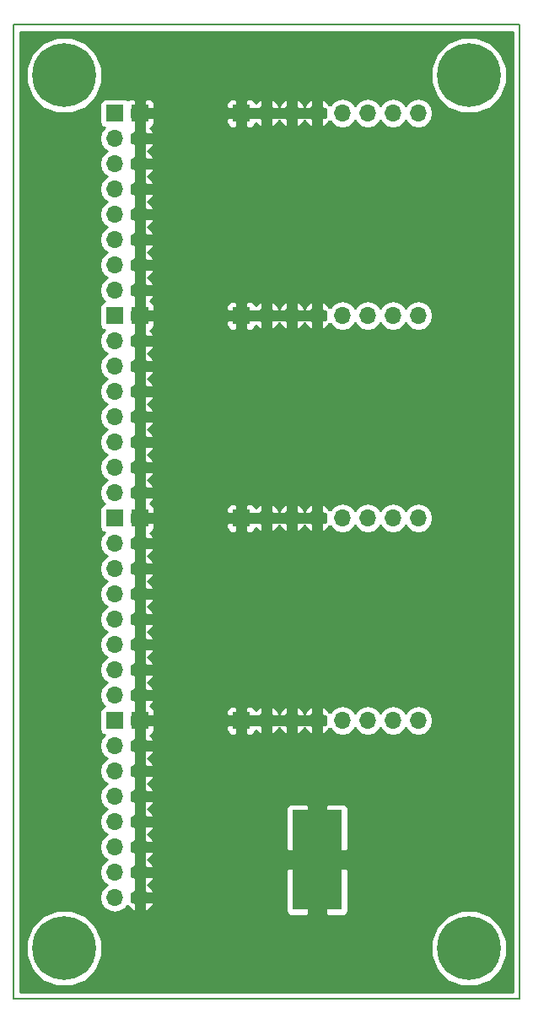
<source format=gbr>
%TF.GenerationSoftware,KiCad,Pcbnew,4.0.7-e2-6376~61~ubuntu18.04.1*%
%TF.CreationDate,2020-08-23T10:05:52+02:00*%
%TF.ProjectId,power,706F7765722E6B696361645F70636200,rev?*%
%TF.FileFunction,Copper,L1,Top,Signal*%
%FSLAX46Y46*%
G04 Gerber Fmt 4.6, Leading zero omitted, Abs format (unit mm)*
G04 Created by KiCad (PCBNEW 4.0.7-e2-6376~61~ubuntu18.04.1) date Sun Aug 23 10:05:52 2020*
%MOMM*%
%LPD*%
G01*
G04 APERTURE LIST*
%ADD10C,0.100000*%
%ADD11C,0.150000*%
%ADD12R,1.700000X1.700000*%
%ADD13O,1.700000X1.700000*%
%ADD14R,5.000000X10.000000*%
%ADD15C,6.400000*%
%ADD16C,0.254000*%
G04 APERTURE END LIST*
D10*
D11*
X82550000Y-20320000D02*
X31750000Y-20320000D01*
X82550000Y-118110000D02*
X82550000Y-20320000D01*
X31750000Y-118110000D02*
X82550000Y-118110000D01*
X31750000Y-20320000D02*
X31750000Y-118110000D01*
D12*
X54610000Y-90170000D03*
D13*
X57150000Y-90170000D03*
X59690000Y-90170000D03*
X62230000Y-90170000D03*
X64770000Y-90170000D03*
X67310000Y-90170000D03*
X69850000Y-90170000D03*
X72390000Y-90170000D03*
D12*
X54610000Y-69850000D03*
D13*
X57150000Y-69850000D03*
X59690000Y-69850000D03*
X62230000Y-69850000D03*
X64770000Y-69850000D03*
X67310000Y-69850000D03*
X69850000Y-69850000D03*
X72390000Y-69850000D03*
D12*
X54610000Y-49530000D03*
D13*
X57150000Y-49530000D03*
X59690000Y-49530000D03*
X62230000Y-49530000D03*
X64770000Y-49530000D03*
X67310000Y-49530000D03*
X69850000Y-49530000D03*
X72390000Y-49530000D03*
D12*
X54610000Y-29210000D03*
D13*
X57150000Y-29210000D03*
X59690000Y-29210000D03*
X62230000Y-29210000D03*
X64770000Y-29210000D03*
X67310000Y-29210000D03*
X69850000Y-29210000D03*
X72390000Y-29210000D03*
D12*
X44450000Y-90170000D03*
D13*
X44450000Y-92710000D03*
X44450000Y-95250000D03*
X44450000Y-97790000D03*
X44450000Y-100330000D03*
X44450000Y-102870000D03*
X44450000Y-105410000D03*
X44450000Y-107950000D03*
D12*
X41910000Y-90170000D03*
D13*
X41910000Y-92710000D03*
X41910000Y-95250000D03*
X41910000Y-97790000D03*
X41910000Y-100330000D03*
X41910000Y-102870000D03*
X41910000Y-105410000D03*
X41910000Y-107950000D03*
D12*
X44450000Y-49530000D03*
D13*
X44450000Y-52070000D03*
X44450000Y-54610000D03*
X44450000Y-57150000D03*
X44450000Y-59690000D03*
X44450000Y-62230000D03*
X44450000Y-64770000D03*
X44450000Y-67310000D03*
D12*
X41910000Y-69850000D03*
D13*
X41910000Y-72390000D03*
X41910000Y-74930000D03*
X41910000Y-77470000D03*
X41910000Y-80010000D03*
X41910000Y-82550000D03*
X41910000Y-85090000D03*
X41910000Y-87630000D03*
D12*
X44450000Y-69850000D03*
D13*
X44450000Y-72390000D03*
X44450000Y-74930000D03*
X44450000Y-77470000D03*
X44450000Y-80010000D03*
X44450000Y-82550000D03*
X44450000Y-85090000D03*
X44450000Y-87630000D03*
D12*
X41910000Y-29210000D03*
D13*
X41910000Y-31750000D03*
X41910000Y-34290000D03*
X41910000Y-36830000D03*
X41910000Y-39370000D03*
X41910000Y-41910000D03*
X41910000Y-44450000D03*
X41910000Y-46990000D03*
D12*
X44450000Y-29210000D03*
D13*
X44450000Y-31750000D03*
X44450000Y-34290000D03*
X44450000Y-36830000D03*
X44450000Y-39370000D03*
X44450000Y-41910000D03*
X44450000Y-44450000D03*
X44450000Y-46990000D03*
D12*
X41910000Y-49530000D03*
D13*
X41910000Y-52070000D03*
X41910000Y-54610000D03*
X41910000Y-57150000D03*
X41910000Y-59690000D03*
X41910000Y-62230000D03*
X41910000Y-64770000D03*
X41910000Y-67310000D03*
D14*
X62230000Y-104140000D03*
D15*
X36830000Y-25400000D03*
X77470000Y-25400000D03*
X36830000Y-113030000D03*
X77470000Y-113030000D03*
D16*
G36*
X81840000Y-117400000D02*
X32460000Y-117400000D01*
X32460000Y-113789482D01*
X32994336Y-113789482D01*
X33576950Y-115199515D01*
X34654811Y-116279259D01*
X36063825Y-116864333D01*
X37589482Y-116865664D01*
X38999515Y-116283050D01*
X40079259Y-115205189D01*
X40664333Y-113796175D01*
X40664338Y-113789482D01*
X73634336Y-113789482D01*
X74216950Y-115199515D01*
X75294811Y-116279259D01*
X76703825Y-116864333D01*
X78229482Y-116865664D01*
X79639515Y-116283050D01*
X80719259Y-115205189D01*
X81304333Y-113796175D01*
X81305664Y-112270518D01*
X80723050Y-110860485D01*
X79645189Y-109780741D01*
X78236175Y-109195667D01*
X76710518Y-109194336D01*
X75300485Y-109776950D01*
X74220741Y-110854811D01*
X73635667Y-112263825D01*
X73634336Y-113789482D01*
X40664338Y-113789482D01*
X40665664Y-112270518D01*
X40083050Y-110860485D01*
X39005189Y-109780741D01*
X37596175Y-109195667D01*
X36070518Y-109194336D01*
X34660485Y-109776950D01*
X33580741Y-110854811D01*
X32995667Y-112263825D01*
X32994336Y-113789482D01*
X32460000Y-113789482D01*
X32460000Y-31750000D01*
X40395907Y-31750000D01*
X40508946Y-32318285D01*
X40830853Y-32800054D01*
X41160026Y-33020000D01*
X40830853Y-33239946D01*
X40508946Y-33721715D01*
X40395907Y-34290000D01*
X40508946Y-34858285D01*
X40830853Y-35340054D01*
X41160026Y-35560000D01*
X40830853Y-35779946D01*
X40508946Y-36261715D01*
X40395907Y-36830000D01*
X40508946Y-37398285D01*
X40830853Y-37880054D01*
X41160026Y-38100000D01*
X40830853Y-38319946D01*
X40508946Y-38801715D01*
X40395907Y-39370000D01*
X40508946Y-39938285D01*
X40830853Y-40420054D01*
X41160026Y-40640000D01*
X40830853Y-40859946D01*
X40508946Y-41341715D01*
X40395907Y-41910000D01*
X40508946Y-42478285D01*
X40830853Y-42960054D01*
X41160026Y-43180000D01*
X40830853Y-43399946D01*
X40508946Y-43881715D01*
X40395907Y-44450000D01*
X40508946Y-45018285D01*
X40830853Y-45500054D01*
X41160026Y-45720000D01*
X40830853Y-45939946D01*
X40508946Y-46421715D01*
X40395907Y-46990000D01*
X40508946Y-47558285D01*
X40830853Y-48040054D01*
X40872452Y-48067850D01*
X40824683Y-48076838D01*
X40608559Y-48215910D01*
X40463569Y-48428110D01*
X40412560Y-48680000D01*
X40412560Y-50380000D01*
X40456838Y-50615317D01*
X40595910Y-50831441D01*
X40808110Y-50976431D01*
X40875541Y-50990086D01*
X40830853Y-51019946D01*
X40508946Y-51501715D01*
X40395907Y-52070000D01*
X40508946Y-52638285D01*
X40830853Y-53120054D01*
X41160026Y-53340000D01*
X40830853Y-53559946D01*
X40508946Y-54041715D01*
X40395907Y-54610000D01*
X40508946Y-55178285D01*
X40830853Y-55660054D01*
X41160026Y-55880000D01*
X40830853Y-56099946D01*
X40508946Y-56581715D01*
X40395907Y-57150000D01*
X40508946Y-57718285D01*
X40830853Y-58200054D01*
X41160026Y-58420000D01*
X40830853Y-58639946D01*
X40508946Y-59121715D01*
X40395907Y-59690000D01*
X40508946Y-60258285D01*
X40830853Y-60740054D01*
X41160026Y-60960000D01*
X40830853Y-61179946D01*
X40508946Y-61661715D01*
X40395907Y-62230000D01*
X40508946Y-62798285D01*
X40830853Y-63280054D01*
X41160026Y-63500000D01*
X40830853Y-63719946D01*
X40508946Y-64201715D01*
X40395907Y-64770000D01*
X40508946Y-65338285D01*
X40830853Y-65820054D01*
X41160026Y-66040000D01*
X40830853Y-66259946D01*
X40508946Y-66741715D01*
X40395907Y-67310000D01*
X40508946Y-67878285D01*
X40830853Y-68360054D01*
X40872452Y-68387850D01*
X40824683Y-68396838D01*
X40608559Y-68535910D01*
X40463569Y-68748110D01*
X40412560Y-69000000D01*
X40412560Y-70700000D01*
X40456838Y-70935317D01*
X40595910Y-71151441D01*
X40808110Y-71296431D01*
X40875541Y-71310086D01*
X40830853Y-71339946D01*
X40508946Y-71821715D01*
X40395907Y-72390000D01*
X40508946Y-72958285D01*
X40830853Y-73440054D01*
X41160026Y-73660000D01*
X40830853Y-73879946D01*
X40508946Y-74361715D01*
X40395907Y-74930000D01*
X40508946Y-75498285D01*
X40830853Y-75980054D01*
X41160026Y-76200000D01*
X40830853Y-76419946D01*
X40508946Y-76901715D01*
X40395907Y-77470000D01*
X40508946Y-78038285D01*
X40830853Y-78520054D01*
X41160026Y-78740000D01*
X40830853Y-78959946D01*
X40508946Y-79441715D01*
X40395907Y-80010000D01*
X40508946Y-80578285D01*
X40830853Y-81060054D01*
X41160026Y-81280000D01*
X40830853Y-81499946D01*
X40508946Y-81981715D01*
X40395907Y-82550000D01*
X40508946Y-83118285D01*
X40830853Y-83600054D01*
X41160026Y-83820000D01*
X40830853Y-84039946D01*
X40508946Y-84521715D01*
X40395907Y-85090000D01*
X40508946Y-85658285D01*
X40830853Y-86140054D01*
X41160026Y-86360000D01*
X40830853Y-86579946D01*
X40508946Y-87061715D01*
X40395907Y-87630000D01*
X40508946Y-88198285D01*
X40830853Y-88680054D01*
X40872452Y-88707850D01*
X40824683Y-88716838D01*
X40608559Y-88855910D01*
X40463569Y-89068110D01*
X40412560Y-89320000D01*
X40412560Y-91020000D01*
X40456838Y-91255317D01*
X40595910Y-91471441D01*
X40808110Y-91616431D01*
X40875541Y-91630086D01*
X40830853Y-91659946D01*
X40508946Y-92141715D01*
X40395907Y-92710000D01*
X40508946Y-93278285D01*
X40830853Y-93760054D01*
X41160026Y-93980000D01*
X40830853Y-94199946D01*
X40508946Y-94681715D01*
X40395907Y-95250000D01*
X40508946Y-95818285D01*
X40830853Y-96300054D01*
X41160026Y-96520000D01*
X40830853Y-96739946D01*
X40508946Y-97221715D01*
X40395907Y-97790000D01*
X40508946Y-98358285D01*
X40830853Y-98840054D01*
X41160026Y-99060000D01*
X40830853Y-99279946D01*
X40508946Y-99761715D01*
X40395907Y-100330000D01*
X40508946Y-100898285D01*
X40830853Y-101380054D01*
X41160026Y-101600000D01*
X40830853Y-101819946D01*
X40508946Y-102301715D01*
X40395907Y-102870000D01*
X40508946Y-103438285D01*
X40830853Y-103920054D01*
X41160026Y-104140000D01*
X40830853Y-104359946D01*
X40508946Y-104841715D01*
X40395907Y-105410000D01*
X40508946Y-105978285D01*
X40830853Y-106460054D01*
X41160026Y-106680000D01*
X40830853Y-106899946D01*
X40508946Y-107381715D01*
X40395907Y-107950000D01*
X40508946Y-108518285D01*
X40830853Y-109000054D01*
X41312622Y-109321961D01*
X41880907Y-109435000D01*
X41939093Y-109435000D01*
X42507378Y-109321961D01*
X42989147Y-109000054D01*
X43107449Y-108823002D01*
X43265207Y-108823002D01*
X43344155Y-108941175D01*
X43807639Y-109288915D01*
X44025000Y-109214168D01*
X44025000Y-108375000D01*
X44875000Y-108375000D01*
X44875000Y-109214168D01*
X45092361Y-109288915D01*
X45555845Y-108941175D01*
X45788881Y-108592356D01*
X45706310Y-108375000D01*
X44875000Y-108375000D01*
X44025000Y-108375000D01*
X43600000Y-108375000D01*
X43600000Y-107525000D01*
X44025000Y-107525000D01*
X44025000Y-106685832D01*
X44008041Y-106680000D01*
X44025000Y-106674168D01*
X44025000Y-105835000D01*
X44875000Y-105835000D01*
X44875000Y-106674168D01*
X44891959Y-106680000D01*
X44875000Y-106685832D01*
X44875000Y-107525000D01*
X45706310Y-107525000D01*
X45788881Y-107307644D01*
X45555845Y-106958825D01*
X45184214Y-106680000D01*
X45555845Y-106401175D01*
X45788881Y-106052356D01*
X45706310Y-105835000D01*
X44875000Y-105835000D01*
X44025000Y-105835000D01*
X43600000Y-105835000D01*
X43600000Y-105171750D01*
X59095000Y-105171750D01*
X59095000Y-109266310D01*
X59191673Y-109499699D01*
X59370302Y-109678327D01*
X59603691Y-109775000D01*
X61198250Y-109775000D01*
X61357000Y-109616250D01*
X61357000Y-105013000D01*
X63103000Y-105013000D01*
X63103000Y-109616250D01*
X63261750Y-109775000D01*
X64856309Y-109775000D01*
X65089698Y-109678327D01*
X65268327Y-109499699D01*
X65365000Y-109266310D01*
X65365000Y-105171750D01*
X65206250Y-105013000D01*
X63103000Y-105013000D01*
X61357000Y-105013000D01*
X59253750Y-105013000D01*
X59095000Y-105171750D01*
X43600000Y-105171750D01*
X43600000Y-104985000D01*
X44025000Y-104985000D01*
X44025000Y-104145832D01*
X44008041Y-104140000D01*
X44025000Y-104134168D01*
X44025000Y-103295000D01*
X44875000Y-103295000D01*
X44875000Y-104134168D01*
X44891959Y-104140000D01*
X44875000Y-104145832D01*
X44875000Y-104985000D01*
X45706310Y-104985000D01*
X45788881Y-104767644D01*
X45555845Y-104418825D01*
X45184214Y-104140000D01*
X45555845Y-103861175D01*
X45788881Y-103512356D01*
X45706310Y-103295000D01*
X44875000Y-103295000D01*
X44025000Y-103295000D01*
X43600000Y-103295000D01*
X43600000Y-102445000D01*
X44025000Y-102445000D01*
X44025000Y-101605832D01*
X44008041Y-101600000D01*
X44025000Y-101594168D01*
X44025000Y-100755000D01*
X44875000Y-100755000D01*
X44875000Y-101594168D01*
X44891959Y-101600000D01*
X44875000Y-101605832D01*
X44875000Y-102445000D01*
X45706310Y-102445000D01*
X45788881Y-102227644D01*
X45555845Y-101878825D01*
X45184214Y-101600000D01*
X45555845Y-101321175D01*
X45788881Y-100972356D01*
X45706310Y-100755000D01*
X44875000Y-100755000D01*
X44025000Y-100755000D01*
X43600000Y-100755000D01*
X43600000Y-99905000D01*
X44025000Y-99905000D01*
X44025000Y-99065832D01*
X44008041Y-99060000D01*
X44025000Y-99054168D01*
X44025000Y-98215000D01*
X44875000Y-98215000D01*
X44875000Y-99054168D01*
X44891959Y-99060000D01*
X44875000Y-99065832D01*
X44875000Y-99905000D01*
X45706310Y-99905000D01*
X45788881Y-99687644D01*
X45555845Y-99338825D01*
X45184214Y-99060000D01*
X45245938Y-99013690D01*
X59095000Y-99013690D01*
X59095000Y-103108250D01*
X59253750Y-103267000D01*
X61357000Y-103267000D01*
X61357000Y-98663750D01*
X63103000Y-98663750D01*
X63103000Y-103267000D01*
X65206250Y-103267000D01*
X65365000Y-103108250D01*
X65365000Y-99013690D01*
X65268327Y-98780301D01*
X65089698Y-98601673D01*
X64856309Y-98505000D01*
X63261750Y-98505000D01*
X63103000Y-98663750D01*
X61357000Y-98663750D01*
X61198250Y-98505000D01*
X59603691Y-98505000D01*
X59370302Y-98601673D01*
X59191673Y-98780301D01*
X59095000Y-99013690D01*
X45245938Y-99013690D01*
X45555845Y-98781175D01*
X45788881Y-98432356D01*
X45706310Y-98215000D01*
X44875000Y-98215000D01*
X44025000Y-98215000D01*
X43600000Y-98215000D01*
X43600000Y-97365000D01*
X44025000Y-97365000D01*
X44025000Y-96525832D01*
X44008041Y-96520000D01*
X44025000Y-96514168D01*
X44025000Y-95675000D01*
X44875000Y-95675000D01*
X44875000Y-96514168D01*
X44891959Y-96520000D01*
X44875000Y-96525832D01*
X44875000Y-97365000D01*
X45706310Y-97365000D01*
X45788881Y-97147644D01*
X45555845Y-96798825D01*
X45184214Y-96520000D01*
X45555845Y-96241175D01*
X45788881Y-95892356D01*
X45706310Y-95675000D01*
X44875000Y-95675000D01*
X44025000Y-95675000D01*
X43600000Y-95675000D01*
X43600000Y-94825000D01*
X44025000Y-94825000D01*
X44025000Y-93985832D01*
X44008041Y-93980000D01*
X44025000Y-93974168D01*
X44025000Y-93135000D01*
X44875000Y-93135000D01*
X44875000Y-93974168D01*
X44891959Y-93980000D01*
X44875000Y-93985832D01*
X44875000Y-94825000D01*
X45706310Y-94825000D01*
X45788881Y-94607644D01*
X45555845Y-94258825D01*
X45184214Y-93980000D01*
X45555845Y-93701175D01*
X45788881Y-93352356D01*
X45706310Y-93135000D01*
X44875000Y-93135000D01*
X44025000Y-93135000D01*
X43600000Y-93135000D01*
X43600000Y-92285000D01*
X44025000Y-92285000D01*
X44025000Y-90595000D01*
X44875000Y-90595000D01*
X44875000Y-92285000D01*
X45706310Y-92285000D01*
X45788881Y-92067644D01*
X45555845Y-91718825D01*
X45454959Y-91643133D01*
X45659698Y-91558327D01*
X45838327Y-91379699D01*
X45935000Y-91146310D01*
X45935000Y-90753750D01*
X53125000Y-90753750D01*
X53125000Y-91146309D01*
X53221673Y-91379698D01*
X53400301Y-91558327D01*
X53633690Y-91655000D01*
X54026250Y-91655000D01*
X54185000Y-91496250D01*
X54185000Y-90595000D01*
X55035000Y-90595000D01*
X55035000Y-91496250D01*
X55193750Y-91655000D01*
X55586310Y-91655000D01*
X55819699Y-91558327D01*
X55998327Y-91379698D01*
X56083133Y-91174959D01*
X56158825Y-91275845D01*
X56507644Y-91508881D01*
X56725000Y-91426310D01*
X56725000Y-90595000D01*
X57575000Y-90595000D01*
X57575000Y-91426310D01*
X57792356Y-91508881D01*
X58141175Y-91275845D01*
X58420000Y-90904214D01*
X58698825Y-91275845D01*
X59047644Y-91508881D01*
X59265000Y-91426310D01*
X59265000Y-90595000D01*
X60115000Y-90595000D01*
X60115000Y-91426310D01*
X60332356Y-91508881D01*
X60681175Y-91275845D01*
X60960000Y-90904214D01*
X61238825Y-91275845D01*
X61587644Y-91508881D01*
X61805000Y-91426310D01*
X61805000Y-90595000D01*
X60965832Y-90595000D01*
X60960000Y-90611959D01*
X60954168Y-90595000D01*
X60115000Y-90595000D01*
X59265000Y-90595000D01*
X58425832Y-90595000D01*
X58420000Y-90611959D01*
X58414168Y-90595000D01*
X57575000Y-90595000D01*
X56725000Y-90595000D01*
X55035000Y-90595000D01*
X54185000Y-90595000D01*
X53283750Y-90595000D01*
X53125000Y-90753750D01*
X45935000Y-90753750D01*
X45776250Y-90595000D01*
X44875000Y-90595000D01*
X44025000Y-90595000D01*
X43600000Y-90595000D01*
X43600000Y-89745000D01*
X44025000Y-89745000D01*
X44025000Y-88055000D01*
X44875000Y-88055000D01*
X44875000Y-89745000D01*
X45776250Y-89745000D01*
X45935000Y-89586250D01*
X45935000Y-89193691D01*
X53125000Y-89193691D01*
X53125000Y-89586250D01*
X53283750Y-89745000D01*
X54185000Y-89745000D01*
X54185000Y-88843750D01*
X55035000Y-88843750D01*
X55035000Y-89745000D01*
X56725000Y-89745000D01*
X56725000Y-88913690D01*
X57575000Y-88913690D01*
X57575000Y-89745000D01*
X58414168Y-89745000D01*
X58420000Y-89728041D01*
X58425832Y-89745000D01*
X59265000Y-89745000D01*
X59265000Y-88913690D01*
X60115000Y-88913690D01*
X60115000Y-89745000D01*
X60954168Y-89745000D01*
X60960000Y-89728041D01*
X60965832Y-89745000D01*
X61805000Y-89745000D01*
X61805000Y-88913690D01*
X62655000Y-88913690D01*
X62655000Y-89745000D01*
X63080000Y-89745000D01*
X63080000Y-90595000D01*
X62655000Y-90595000D01*
X62655000Y-91426310D01*
X62872356Y-91508881D01*
X63221175Y-91275845D01*
X63395871Y-91043002D01*
X63582205Y-91043002D01*
X63719946Y-91249147D01*
X64201715Y-91571054D01*
X64770000Y-91684093D01*
X65338285Y-91571054D01*
X65820054Y-91249147D01*
X66040000Y-90919974D01*
X66259946Y-91249147D01*
X66741715Y-91571054D01*
X67310000Y-91684093D01*
X67878285Y-91571054D01*
X68360054Y-91249147D01*
X68580000Y-90919974D01*
X68799946Y-91249147D01*
X69281715Y-91571054D01*
X69850000Y-91684093D01*
X70418285Y-91571054D01*
X70900054Y-91249147D01*
X71120000Y-90919974D01*
X71339946Y-91249147D01*
X71821715Y-91571054D01*
X72390000Y-91684093D01*
X72958285Y-91571054D01*
X73440054Y-91249147D01*
X73761961Y-90767378D01*
X73875000Y-90199093D01*
X73875000Y-90140907D01*
X73761961Y-89572622D01*
X73440054Y-89090853D01*
X72958285Y-88768946D01*
X72390000Y-88655907D01*
X71821715Y-88768946D01*
X71339946Y-89090853D01*
X71120000Y-89420026D01*
X70900054Y-89090853D01*
X70418285Y-88768946D01*
X69850000Y-88655907D01*
X69281715Y-88768946D01*
X68799946Y-89090853D01*
X68580000Y-89420026D01*
X68360054Y-89090853D01*
X67878285Y-88768946D01*
X67310000Y-88655907D01*
X66741715Y-88768946D01*
X66259946Y-89090853D01*
X66040000Y-89420026D01*
X65820054Y-89090853D01*
X65338285Y-88768946D01*
X64770000Y-88655907D01*
X64201715Y-88768946D01*
X63719946Y-89090853D01*
X63582205Y-89296998D01*
X63395871Y-89296998D01*
X63221175Y-89064155D01*
X62872356Y-88831119D01*
X62655000Y-88913690D01*
X61805000Y-88913690D01*
X61587644Y-88831119D01*
X61238825Y-89064155D01*
X60960000Y-89435786D01*
X60681175Y-89064155D01*
X60332356Y-88831119D01*
X60115000Y-88913690D01*
X59265000Y-88913690D01*
X59047644Y-88831119D01*
X58698825Y-89064155D01*
X58420000Y-89435786D01*
X58141175Y-89064155D01*
X57792356Y-88831119D01*
X57575000Y-88913690D01*
X56725000Y-88913690D01*
X56507644Y-88831119D01*
X56158825Y-89064155D01*
X56083133Y-89165041D01*
X55998327Y-88960302D01*
X55819699Y-88781673D01*
X55586310Y-88685000D01*
X55193750Y-88685000D01*
X55035000Y-88843750D01*
X54185000Y-88843750D01*
X54026250Y-88685000D01*
X53633690Y-88685000D01*
X53400301Y-88781673D01*
X53221673Y-88960302D01*
X53125000Y-89193691D01*
X45935000Y-89193691D01*
X45935000Y-89193690D01*
X45838327Y-88960301D01*
X45659698Y-88781673D01*
X45454959Y-88696867D01*
X45555845Y-88621175D01*
X45788881Y-88272356D01*
X45706310Y-88055000D01*
X44875000Y-88055000D01*
X44025000Y-88055000D01*
X43600000Y-88055000D01*
X43600000Y-87205000D01*
X44025000Y-87205000D01*
X44025000Y-86365832D01*
X44008041Y-86360000D01*
X44025000Y-86354168D01*
X44025000Y-85515000D01*
X44875000Y-85515000D01*
X44875000Y-86354168D01*
X44891959Y-86360000D01*
X44875000Y-86365832D01*
X44875000Y-87205000D01*
X45706310Y-87205000D01*
X45788881Y-86987644D01*
X45555845Y-86638825D01*
X45184214Y-86360000D01*
X45555845Y-86081175D01*
X45788881Y-85732356D01*
X45706310Y-85515000D01*
X44875000Y-85515000D01*
X44025000Y-85515000D01*
X43600000Y-85515000D01*
X43600000Y-84665000D01*
X44025000Y-84665000D01*
X44025000Y-83825832D01*
X44008041Y-83820000D01*
X44025000Y-83814168D01*
X44025000Y-82975000D01*
X44875000Y-82975000D01*
X44875000Y-83814168D01*
X44891959Y-83820000D01*
X44875000Y-83825832D01*
X44875000Y-84665000D01*
X45706310Y-84665000D01*
X45788881Y-84447644D01*
X45555845Y-84098825D01*
X45184214Y-83820000D01*
X45555845Y-83541175D01*
X45788881Y-83192356D01*
X45706310Y-82975000D01*
X44875000Y-82975000D01*
X44025000Y-82975000D01*
X43600000Y-82975000D01*
X43600000Y-82125000D01*
X44025000Y-82125000D01*
X44025000Y-81285832D01*
X44008041Y-81280000D01*
X44025000Y-81274168D01*
X44025000Y-80435000D01*
X44875000Y-80435000D01*
X44875000Y-81274168D01*
X44891959Y-81280000D01*
X44875000Y-81285832D01*
X44875000Y-82125000D01*
X45706310Y-82125000D01*
X45788881Y-81907644D01*
X45555845Y-81558825D01*
X45184214Y-81280000D01*
X45555845Y-81001175D01*
X45788881Y-80652356D01*
X45706310Y-80435000D01*
X44875000Y-80435000D01*
X44025000Y-80435000D01*
X43600000Y-80435000D01*
X43600000Y-79585000D01*
X44025000Y-79585000D01*
X44025000Y-78745832D01*
X44008041Y-78740000D01*
X44025000Y-78734168D01*
X44025000Y-77895000D01*
X44875000Y-77895000D01*
X44875000Y-78734168D01*
X44891959Y-78740000D01*
X44875000Y-78745832D01*
X44875000Y-79585000D01*
X45706310Y-79585000D01*
X45788881Y-79367644D01*
X45555845Y-79018825D01*
X45184214Y-78740000D01*
X45555845Y-78461175D01*
X45788881Y-78112356D01*
X45706310Y-77895000D01*
X44875000Y-77895000D01*
X44025000Y-77895000D01*
X43600000Y-77895000D01*
X43600000Y-77045000D01*
X44025000Y-77045000D01*
X44025000Y-76205832D01*
X44008041Y-76200000D01*
X44025000Y-76194168D01*
X44025000Y-75355000D01*
X44875000Y-75355000D01*
X44875000Y-76194168D01*
X44891959Y-76200000D01*
X44875000Y-76205832D01*
X44875000Y-77045000D01*
X45706310Y-77045000D01*
X45788881Y-76827644D01*
X45555845Y-76478825D01*
X45184214Y-76200000D01*
X45555845Y-75921175D01*
X45788881Y-75572356D01*
X45706310Y-75355000D01*
X44875000Y-75355000D01*
X44025000Y-75355000D01*
X43600000Y-75355000D01*
X43600000Y-74505000D01*
X44025000Y-74505000D01*
X44025000Y-73665832D01*
X44008041Y-73660000D01*
X44025000Y-73654168D01*
X44025000Y-72815000D01*
X44875000Y-72815000D01*
X44875000Y-73654168D01*
X44891959Y-73660000D01*
X44875000Y-73665832D01*
X44875000Y-74505000D01*
X45706310Y-74505000D01*
X45788881Y-74287644D01*
X45555845Y-73938825D01*
X45184214Y-73660000D01*
X45555845Y-73381175D01*
X45788881Y-73032356D01*
X45706310Y-72815000D01*
X44875000Y-72815000D01*
X44025000Y-72815000D01*
X43600000Y-72815000D01*
X43600000Y-71965000D01*
X44025000Y-71965000D01*
X44025000Y-70275000D01*
X44875000Y-70275000D01*
X44875000Y-71965000D01*
X45706310Y-71965000D01*
X45788881Y-71747644D01*
X45555845Y-71398825D01*
X45454959Y-71323133D01*
X45659698Y-71238327D01*
X45838327Y-71059699D01*
X45935000Y-70826310D01*
X45935000Y-70433750D01*
X53125000Y-70433750D01*
X53125000Y-70826309D01*
X53221673Y-71059698D01*
X53400301Y-71238327D01*
X53633690Y-71335000D01*
X54026250Y-71335000D01*
X54185000Y-71176250D01*
X54185000Y-70275000D01*
X55035000Y-70275000D01*
X55035000Y-71176250D01*
X55193750Y-71335000D01*
X55586310Y-71335000D01*
X55819699Y-71238327D01*
X55998327Y-71059698D01*
X56083133Y-70854959D01*
X56158825Y-70955845D01*
X56507644Y-71188881D01*
X56725000Y-71106310D01*
X56725000Y-70275000D01*
X57575000Y-70275000D01*
X57575000Y-71106310D01*
X57792356Y-71188881D01*
X58141175Y-70955845D01*
X58420000Y-70584214D01*
X58698825Y-70955845D01*
X59047644Y-71188881D01*
X59265000Y-71106310D01*
X59265000Y-70275000D01*
X60115000Y-70275000D01*
X60115000Y-71106310D01*
X60332356Y-71188881D01*
X60681175Y-70955845D01*
X60960000Y-70584214D01*
X61238825Y-70955845D01*
X61587644Y-71188881D01*
X61805000Y-71106310D01*
X61805000Y-70275000D01*
X60965832Y-70275000D01*
X60960000Y-70291959D01*
X60954168Y-70275000D01*
X60115000Y-70275000D01*
X59265000Y-70275000D01*
X58425832Y-70275000D01*
X58420000Y-70291959D01*
X58414168Y-70275000D01*
X57575000Y-70275000D01*
X56725000Y-70275000D01*
X55035000Y-70275000D01*
X54185000Y-70275000D01*
X53283750Y-70275000D01*
X53125000Y-70433750D01*
X45935000Y-70433750D01*
X45776250Y-70275000D01*
X44875000Y-70275000D01*
X44025000Y-70275000D01*
X43600000Y-70275000D01*
X43600000Y-69425000D01*
X44025000Y-69425000D01*
X44025000Y-67735000D01*
X44875000Y-67735000D01*
X44875000Y-69425000D01*
X45776250Y-69425000D01*
X45935000Y-69266250D01*
X45935000Y-68873691D01*
X53125000Y-68873691D01*
X53125000Y-69266250D01*
X53283750Y-69425000D01*
X54185000Y-69425000D01*
X54185000Y-68523750D01*
X55035000Y-68523750D01*
X55035000Y-69425000D01*
X56725000Y-69425000D01*
X56725000Y-68593690D01*
X57575000Y-68593690D01*
X57575000Y-69425000D01*
X58414168Y-69425000D01*
X58420000Y-69408041D01*
X58425832Y-69425000D01*
X59265000Y-69425000D01*
X59265000Y-68593690D01*
X60115000Y-68593690D01*
X60115000Y-69425000D01*
X60954168Y-69425000D01*
X60960000Y-69408041D01*
X60965832Y-69425000D01*
X61805000Y-69425000D01*
X61805000Y-68593690D01*
X62655000Y-68593690D01*
X62655000Y-69425000D01*
X63080000Y-69425000D01*
X63080000Y-70275000D01*
X62655000Y-70275000D01*
X62655000Y-71106310D01*
X62872356Y-71188881D01*
X63221175Y-70955845D01*
X63395871Y-70723002D01*
X63582205Y-70723002D01*
X63719946Y-70929147D01*
X64201715Y-71251054D01*
X64770000Y-71364093D01*
X65338285Y-71251054D01*
X65820054Y-70929147D01*
X66040000Y-70599974D01*
X66259946Y-70929147D01*
X66741715Y-71251054D01*
X67310000Y-71364093D01*
X67878285Y-71251054D01*
X68360054Y-70929147D01*
X68580000Y-70599974D01*
X68799946Y-70929147D01*
X69281715Y-71251054D01*
X69850000Y-71364093D01*
X70418285Y-71251054D01*
X70900054Y-70929147D01*
X71120000Y-70599974D01*
X71339946Y-70929147D01*
X71821715Y-71251054D01*
X72390000Y-71364093D01*
X72958285Y-71251054D01*
X73440054Y-70929147D01*
X73761961Y-70447378D01*
X73875000Y-69879093D01*
X73875000Y-69820907D01*
X73761961Y-69252622D01*
X73440054Y-68770853D01*
X72958285Y-68448946D01*
X72390000Y-68335907D01*
X71821715Y-68448946D01*
X71339946Y-68770853D01*
X71120000Y-69100026D01*
X70900054Y-68770853D01*
X70418285Y-68448946D01*
X69850000Y-68335907D01*
X69281715Y-68448946D01*
X68799946Y-68770853D01*
X68580000Y-69100026D01*
X68360054Y-68770853D01*
X67878285Y-68448946D01*
X67310000Y-68335907D01*
X66741715Y-68448946D01*
X66259946Y-68770853D01*
X66040000Y-69100026D01*
X65820054Y-68770853D01*
X65338285Y-68448946D01*
X64770000Y-68335907D01*
X64201715Y-68448946D01*
X63719946Y-68770853D01*
X63582205Y-68976998D01*
X63395871Y-68976998D01*
X63221175Y-68744155D01*
X62872356Y-68511119D01*
X62655000Y-68593690D01*
X61805000Y-68593690D01*
X61587644Y-68511119D01*
X61238825Y-68744155D01*
X60960000Y-69115786D01*
X60681175Y-68744155D01*
X60332356Y-68511119D01*
X60115000Y-68593690D01*
X59265000Y-68593690D01*
X59047644Y-68511119D01*
X58698825Y-68744155D01*
X58420000Y-69115786D01*
X58141175Y-68744155D01*
X57792356Y-68511119D01*
X57575000Y-68593690D01*
X56725000Y-68593690D01*
X56507644Y-68511119D01*
X56158825Y-68744155D01*
X56083133Y-68845041D01*
X55998327Y-68640302D01*
X55819699Y-68461673D01*
X55586310Y-68365000D01*
X55193750Y-68365000D01*
X55035000Y-68523750D01*
X54185000Y-68523750D01*
X54026250Y-68365000D01*
X53633690Y-68365000D01*
X53400301Y-68461673D01*
X53221673Y-68640302D01*
X53125000Y-68873691D01*
X45935000Y-68873691D01*
X45935000Y-68873690D01*
X45838327Y-68640301D01*
X45659698Y-68461673D01*
X45454959Y-68376867D01*
X45555845Y-68301175D01*
X45788881Y-67952356D01*
X45706310Y-67735000D01*
X44875000Y-67735000D01*
X44025000Y-67735000D01*
X43600000Y-67735000D01*
X43600000Y-66885000D01*
X44025000Y-66885000D01*
X44025000Y-66045832D01*
X44008041Y-66040000D01*
X44025000Y-66034168D01*
X44025000Y-65195000D01*
X44875000Y-65195000D01*
X44875000Y-66034168D01*
X44891959Y-66040000D01*
X44875000Y-66045832D01*
X44875000Y-66885000D01*
X45706310Y-66885000D01*
X45788881Y-66667644D01*
X45555845Y-66318825D01*
X45184214Y-66040000D01*
X45555845Y-65761175D01*
X45788881Y-65412356D01*
X45706310Y-65195000D01*
X44875000Y-65195000D01*
X44025000Y-65195000D01*
X43600000Y-65195000D01*
X43600000Y-64345000D01*
X44025000Y-64345000D01*
X44025000Y-63505832D01*
X44008041Y-63500000D01*
X44025000Y-63494168D01*
X44025000Y-62655000D01*
X44875000Y-62655000D01*
X44875000Y-63494168D01*
X44891959Y-63500000D01*
X44875000Y-63505832D01*
X44875000Y-64345000D01*
X45706310Y-64345000D01*
X45788881Y-64127644D01*
X45555845Y-63778825D01*
X45184214Y-63500000D01*
X45555845Y-63221175D01*
X45788881Y-62872356D01*
X45706310Y-62655000D01*
X44875000Y-62655000D01*
X44025000Y-62655000D01*
X43600000Y-62655000D01*
X43600000Y-61805000D01*
X44025000Y-61805000D01*
X44025000Y-60965832D01*
X44008041Y-60960000D01*
X44025000Y-60954168D01*
X44025000Y-60115000D01*
X44875000Y-60115000D01*
X44875000Y-60954168D01*
X44891959Y-60960000D01*
X44875000Y-60965832D01*
X44875000Y-61805000D01*
X45706310Y-61805000D01*
X45788881Y-61587644D01*
X45555845Y-61238825D01*
X45184214Y-60960000D01*
X45555845Y-60681175D01*
X45788881Y-60332356D01*
X45706310Y-60115000D01*
X44875000Y-60115000D01*
X44025000Y-60115000D01*
X43600000Y-60115000D01*
X43600000Y-59265000D01*
X44025000Y-59265000D01*
X44025000Y-58425832D01*
X44008041Y-58420000D01*
X44025000Y-58414168D01*
X44025000Y-57575000D01*
X44875000Y-57575000D01*
X44875000Y-58414168D01*
X44891959Y-58420000D01*
X44875000Y-58425832D01*
X44875000Y-59265000D01*
X45706310Y-59265000D01*
X45788881Y-59047644D01*
X45555845Y-58698825D01*
X45184214Y-58420000D01*
X45555845Y-58141175D01*
X45788881Y-57792356D01*
X45706310Y-57575000D01*
X44875000Y-57575000D01*
X44025000Y-57575000D01*
X43600000Y-57575000D01*
X43600000Y-56725000D01*
X44025000Y-56725000D01*
X44025000Y-55885832D01*
X44008041Y-55880000D01*
X44025000Y-55874168D01*
X44025000Y-55035000D01*
X44875000Y-55035000D01*
X44875000Y-55874168D01*
X44891959Y-55880000D01*
X44875000Y-55885832D01*
X44875000Y-56725000D01*
X45706310Y-56725000D01*
X45788881Y-56507644D01*
X45555845Y-56158825D01*
X45184214Y-55880000D01*
X45555845Y-55601175D01*
X45788881Y-55252356D01*
X45706310Y-55035000D01*
X44875000Y-55035000D01*
X44025000Y-55035000D01*
X43600000Y-55035000D01*
X43600000Y-54185000D01*
X44025000Y-54185000D01*
X44025000Y-53345832D01*
X44008041Y-53340000D01*
X44025000Y-53334168D01*
X44025000Y-52495000D01*
X44875000Y-52495000D01*
X44875000Y-53334168D01*
X44891959Y-53340000D01*
X44875000Y-53345832D01*
X44875000Y-54185000D01*
X45706310Y-54185000D01*
X45788881Y-53967644D01*
X45555845Y-53618825D01*
X45184214Y-53340000D01*
X45555845Y-53061175D01*
X45788881Y-52712356D01*
X45706310Y-52495000D01*
X44875000Y-52495000D01*
X44025000Y-52495000D01*
X43600000Y-52495000D01*
X43600000Y-51645000D01*
X44025000Y-51645000D01*
X44025000Y-49955000D01*
X44875000Y-49955000D01*
X44875000Y-51645000D01*
X45706310Y-51645000D01*
X45788881Y-51427644D01*
X45555845Y-51078825D01*
X45454959Y-51003133D01*
X45659698Y-50918327D01*
X45838327Y-50739699D01*
X45935000Y-50506310D01*
X45935000Y-50113750D01*
X53125000Y-50113750D01*
X53125000Y-50506309D01*
X53221673Y-50739698D01*
X53400301Y-50918327D01*
X53633690Y-51015000D01*
X54026250Y-51015000D01*
X54185000Y-50856250D01*
X54185000Y-49955000D01*
X55035000Y-49955000D01*
X55035000Y-50856250D01*
X55193750Y-51015000D01*
X55586310Y-51015000D01*
X55819699Y-50918327D01*
X55998327Y-50739698D01*
X56083133Y-50534959D01*
X56158825Y-50635845D01*
X56507644Y-50868881D01*
X56725000Y-50786310D01*
X56725000Y-49955000D01*
X57575000Y-49955000D01*
X57575000Y-50786310D01*
X57792356Y-50868881D01*
X58141175Y-50635845D01*
X58420000Y-50264214D01*
X58698825Y-50635845D01*
X59047644Y-50868881D01*
X59265000Y-50786310D01*
X59265000Y-49955000D01*
X60115000Y-49955000D01*
X60115000Y-50786310D01*
X60332356Y-50868881D01*
X60681175Y-50635845D01*
X60960000Y-50264214D01*
X61238825Y-50635845D01*
X61587644Y-50868881D01*
X61805000Y-50786310D01*
X61805000Y-49955000D01*
X60965832Y-49955000D01*
X60960000Y-49971959D01*
X60954168Y-49955000D01*
X60115000Y-49955000D01*
X59265000Y-49955000D01*
X58425832Y-49955000D01*
X58420000Y-49971959D01*
X58414168Y-49955000D01*
X57575000Y-49955000D01*
X56725000Y-49955000D01*
X55035000Y-49955000D01*
X54185000Y-49955000D01*
X53283750Y-49955000D01*
X53125000Y-50113750D01*
X45935000Y-50113750D01*
X45776250Y-49955000D01*
X44875000Y-49955000D01*
X44025000Y-49955000D01*
X43600000Y-49955000D01*
X43600000Y-49105000D01*
X44025000Y-49105000D01*
X44025000Y-47415000D01*
X44875000Y-47415000D01*
X44875000Y-49105000D01*
X45776250Y-49105000D01*
X45935000Y-48946250D01*
X45935000Y-48553691D01*
X53125000Y-48553691D01*
X53125000Y-48946250D01*
X53283750Y-49105000D01*
X54185000Y-49105000D01*
X54185000Y-48203750D01*
X55035000Y-48203750D01*
X55035000Y-49105000D01*
X56725000Y-49105000D01*
X56725000Y-48273690D01*
X57575000Y-48273690D01*
X57575000Y-49105000D01*
X58414168Y-49105000D01*
X58420000Y-49088041D01*
X58425832Y-49105000D01*
X59265000Y-49105000D01*
X59265000Y-48273690D01*
X60115000Y-48273690D01*
X60115000Y-49105000D01*
X60954168Y-49105000D01*
X60960000Y-49088041D01*
X60965832Y-49105000D01*
X61805000Y-49105000D01*
X61805000Y-48273690D01*
X62655000Y-48273690D01*
X62655000Y-49105000D01*
X63080000Y-49105000D01*
X63080000Y-49955000D01*
X62655000Y-49955000D01*
X62655000Y-50786310D01*
X62872356Y-50868881D01*
X63221175Y-50635845D01*
X63395871Y-50403002D01*
X63582205Y-50403002D01*
X63719946Y-50609147D01*
X64201715Y-50931054D01*
X64770000Y-51044093D01*
X65338285Y-50931054D01*
X65820054Y-50609147D01*
X66040000Y-50279974D01*
X66259946Y-50609147D01*
X66741715Y-50931054D01*
X67310000Y-51044093D01*
X67878285Y-50931054D01*
X68360054Y-50609147D01*
X68580000Y-50279974D01*
X68799946Y-50609147D01*
X69281715Y-50931054D01*
X69850000Y-51044093D01*
X70418285Y-50931054D01*
X70900054Y-50609147D01*
X71120000Y-50279974D01*
X71339946Y-50609147D01*
X71821715Y-50931054D01*
X72390000Y-51044093D01*
X72958285Y-50931054D01*
X73440054Y-50609147D01*
X73761961Y-50127378D01*
X73875000Y-49559093D01*
X73875000Y-49500907D01*
X73761961Y-48932622D01*
X73440054Y-48450853D01*
X72958285Y-48128946D01*
X72390000Y-48015907D01*
X71821715Y-48128946D01*
X71339946Y-48450853D01*
X71120000Y-48780026D01*
X70900054Y-48450853D01*
X70418285Y-48128946D01*
X69850000Y-48015907D01*
X69281715Y-48128946D01*
X68799946Y-48450853D01*
X68580000Y-48780026D01*
X68360054Y-48450853D01*
X67878285Y-48128946D01*
X67310000Y-48015907D01*
X66741715Y-48128946D01*
X66259946Y-48450853D01*
X66040000Y-48780026D01*
X65820054Y-48450853D01*
X65338285Y-48128946D01*
X64770000Y-48015907D01*
X64201715Y-48128946D01*
X63719946Y-48450853D01*
X63582205Y-48656998D01*
X63395871Y-48656998D01*
X63221175Y-48424155D01*
X62872356Y-48191119D01*
X62655000Y-48273690D01*
X61805000Y-48273690D01*
X61587644Y-48191119D01*
X61238825Y-48424155D01*
X60960000Y-48795786D01*
X60681175Y-48424155D01*
X60332356Y-48191119D01*
X60115000Y-48273690D01*
X59265000Y-48273690D01*
X59047644Y-48191119D01*
X58698825Y-48424155D01*
X58420000Y-48795786D01*
X58141175Y-48424155D01*
X57792356Y-48191119D01*
X57575000Y-48273690D01*
X56725000Y-48273690D01*
X56507644Y-48191119D01*
X56158825Y-48424155D01*
X56083133Y-48525041D01*
X55998327Y-48320302D01*
X55819699Y-48141673D01*
X55586310Y-48045000D01*
X55193750Y-48045000D01*
X55035000Y-48203750D01*
X54185000Y-48203750D01*
X54026250Y-48045000D01*
X53633690Y-48045000D01*
X53400301Y-48141673D01*
X53221673Y-48320302D01*
X53125000Y-48553691D01*
X45935000Y-48553691D01*
X45935000Y-48553690D01*
X45838327Y-48320301D01*
X45659698Y-48141673D01*
X45454959Y-48056867D01*
X45555845Y-47981175D01*
X45788881Y-47632356D01*
X45706310Y-47415000D01*
X44875000Y-47415000D01*
X44025000Y-47415000D01*
X43600000Y-47415000D01*
X43600000Y-46565000D01*
X44025000Y-46565000D01*
X44025000Y-45725832D01*
X44008041Y-45720000D01*
X44025000Y-45714168D01*
X44025000Y-44875000D01*
X44875000Y-44875000D01*
X44875000Y-45714168D01*
X44891959Y-45720000D01*
X44875000Y-45725832D01*
X44875000Y-46565000D01*
X45706310Y-46565000D01*
X45788881Y-46347644D01*
X45555845Y-45998825D01*
X45184214Y-45720000D01*
X45555845Y-45441175D01*
X45788881Y-45092356D01*
X45706310Y-44875000D01*
X44875000Y-44875000D01*
X44025000Y-44875000D01*
X43600000Y-44875000D01*
X43600000Y-44025000D01*
X44025000Y-44025000D01*
X44025000Y-43185832D01*
X44008041Y-43180000D01*
X44025000Y-43174168D01*
X44025000Y-42335000D01*
X44875000Y-42335000D01*
X44875000Y-43174168D01*
X44891959Y-43180000D01*
X44875000Y-43185832D01*
X44875000Y-44025000D01*
X45706310Y-44025000D01*
X45788881Y-43807644D01*
X45555845Y-43458825D01*
X45184214Y-43180000D01*
X45555845Y-42901175D01*
X45788881Y-42552356D01*
X45706310Y-42335000D01*
X44875000Y-42335000D01*
X44025000Y-42335000D01*
X43600000Y-42335000D01*
X43600000Y-41485000D01*
X44025000Y-41485000D01*
X44025000Y-40645832D01*
X44008041Y-40640000D01*
X44025000Y-40634168D01*
X44025000Y-39795000D01*
X44875000Y-39795000D01*
X44875000Y-40634168D01*
X44891959Y-40640000D01*
X44875000Y-40645832D01*
X44875000Y-41485000D01*
X45706310Y-41485000D01*
X45788881Y-41267644D01*
X45555845Y-40918825D01*
X45184214Y-40640000D01*
X45555845Y-40361175D01*
X45788881Y-40012356D01*
X45706310Y-39795000D01*
X44875000Y-39795000D01*
X44025000Y-39795000D01*
X43600000Y-39795000D01*
X43600000Y-38945000D01*
X44025000Y-38945000D01*
X44025000Y-38105832D01*
X44008041Y-38100000D01*
X44025000Y-38094168D01*
X44025000Y-37255000D01*
X44875000Y-37255000D01*
X44875000Y-38094168D01*
X44891959Y-38100000D01*
X44875000Y-38105832D01*
X44875000Y-38945000D01*
X45706310Y-38945000D01*
X45788881Y-38727644D01*
X45555845Y-38378825D01*
X45184214Y-38100000D01*
X45555845Y-37821175D01*
X45788881Y-37472356D01*
X45706310Y-37255000D01*
X44875000Y-37255000D01*
X44025000Y-37255000D01*
X43600000Y-37255000D01*
X43600000Y-36405000D01*
X44025000Y-36405000D01*
X44025000Y-35565832D01*
X44008041Y-35560000D01*
X44025000Y-35554168D01*
X44025000Y-34715000D01*
X44875000Y-34715000D01*
X44875000Y-35554168D01*
X44891959Y-35560000D01*
X44875000Y-35565832D01*
X44875000Y-36405000D01*
X45706310Y-36405000D01*
X45788881Y-36187644D01*
X45555845Y-35838825D01*
X45184214Y-35560000D01*
X45555845Y-35281175D01*
X45788881Y-34932356D01*
X45706310Y-34715000D01*
X44875000Y-34715000D01*
X44025000Y-34715000D01*
X43600000Y-34715000D01*
X43600000Y-33865000D01*
X44025000Y-33865000D01*
X44025000Y-33025832D01*
X44008041Y-33020000D01*
X44025000Y-33014168D01*
X44025000Y-32175000D01*
X44875000Y-32175000D01*
X44875000Y-33014168D01*
X44891959Y-33020000D01*
X44875000Y-33025832D01*
X44875000Y-33865000D01*
X45706310Y-33865000D01*
X45788881Y-33647644D01*
X45555845Y-33298825D01*
X45184214Y-33020000D01*
X45555845Y-32741175D01*
X45788881Y-32392356D01*
X45706310Y-32175000D01*
X44875000Y-32175000D01*
X44025000Y-32175000D01*
X43600000Y-32175000D01*
X43600000Y-31325000D01*
X44025000Y-31325000D01*
X44025000Y-29635000D01*
X44875000Y-29635000D01*
X44875000Y-31325000D01*
X45706310Y-31325000D01*
X45788881Y-31107644D01*
X45555845Y-30758825D01*
X45454959Y-30683133D01*
X45659698Y-30598327D01*
X45838327Y-30419699D01*
X45935000Y-30186310D01*
X45935000Y-29793750D01*
X53125000Y-29793750D01*
X53125000Y-30186309D01*
X53221673Y-30419698D01*
X53400301Y-30598327D01*
X53633690Y-30695000D01*
X54026250Y-30695000D01*
X54185000Y-30536250D01*
X54185000Y-29635000D01*
X55035000Y-29635000D01*
X55035000Y-30536250D01*
X55193750Y-30695000D01*
X55586310Y-30695000D01*
X55819699Y-30598327D01*
X55998327Y-30419698D01*
X56083133Y-30214959D01*
X56158825Y-30315845D01*
X56507644Y-30548881D01*
X56725000Y-30466310D01*
X56725000Y-29635000D01*
X57575000Y-29635000D01*
X57575000Y-30466310D01*
X57792356Y-30548881D01*
X58141175Y-30315845D01*
X58420000Y-29944214D01*
X58698825Y-30315845D01*
X59047644Y-30548881D01*
X59265000Y-30466310D01*
X59265000Y-29635000D01*
X60115000Y-29635000D01*
X60115000Y-30466310D01*
X60332356Y-30548881D01*
X60681175Y-30315845D01*
X60960000Y-29944214D01*
X61238825Y-30315845D01*
X61587644Y-30548881D01*
X61805000Y-30466310D01*
X61805000Y-29635000D01*
X60965832Y-29635000D01*
X60960000Y-29651959D01*
X60954168Y-29635000D01*
X60115000Y-29635000D01*
X59265000Y-29635000D01*
X58425832Y-29635000D01*
X58420000Y-29651959D01*
X58414168Y-29635000D01*
X57575000Y-29635000D01*
X56725000Y-29635000D01*
X55035000Y-29635000D01*
X54185000Y-29635000D01*
X53283750Y-29635000D01*
X53125000Y-29793750D01*
X45935000Y-29793750D01*
X45776250Y-29635000D01*
X44875000Y-29635000D01*
X44025000Y-29635000D01*
X43600000Y-29635000D01*
X43600000Y-28785000D01*
X44025000Y-28785000D01*
X44025000Y-27883750D01*
X44875000Y-27883750D01*
X44875000Y-28785000D01*
X45776250Y-28785000D01*
X45935000Y-28626250D01*
X45935000Y-28233691D01*
X53125000Y-28233691D01*
X53125000Y-28626250D01*
X53283750Y-28785000D01*
X54185000Y-28785000D01*
X54185000Y-27883750D01*
X55035000Y-27883750D01*
X55035000Y-28785000D01*
X56725000Y-28785000D01*
X56725000Y-27953690D01*
X57575000Y-27953690D01*
X57575000Y-28785000D01*
X58414168Y-28785000D01*
X58420000Y-28768041D01*
X58425832Y-28785000D01*
X59265000Y-28785000D01*
X59265000Y-27953690D01*
X60115000Y-27953690D01*
X60115000Y-28785000D01*
X60954168Y-28785000D01*
X60960000Y-28768041D01*
X60965832Y-28785000D01*
X61805000Y-28785000D01*
X61805000Y-27953690D01*
X62655000Y-27953690D01*
X62655000Y-28785000D01*
X63080000Y-28785000D01*
X63080000Y-29635000D01*
X62655000Y-29635000D01*
X62655000Y-30466310D01*
X62872356Y-30548881D01*
X63221175Y-30315845D01*
X63395871Y-30083002D01*
X63582205Y-30083002D01*
X63719946Y-30289147D01*
X64201715Y-30611054D01*
X64770000Y-30724093D01*
X65338285Y-30611054D01*
X65820054Y-30289147D01*
X66040000Y-29959974D01*
X66259946Y-30289147D01*
X66741715Y-30611054D01*
X67310000Y-30724093D01*
X67878285Y-30611054D01*
X68360054Y-30289147D01*
X68580000Y-29959974D01*
X68799946Y-30289147D01*
X69281715Y-30611054D01*
X69850000Y-30724093D01*
X70418285Y-30611054D01*
X70900054Y-30289147D01*
X71120000Y-29959974D01*
X71339946Y-30289147D01*
X71821715Y-30611054D01*
X72390000Y-30724093D01*
X72958285Y-30611054D01*
X73440054Y-30289147D01*
X73761961Y-29807378D01*
X73875000Y-29239093D01*
X73875000Y-29180907D01*
X73761961Y-28612622D01*
X73440054Y-28130853D01*
X72958285Y-27808946D01*
X72390000Y-27695907D01*
X71821715Y-27808946D01*
X71339946Y-28130853D01*
X71120000Y-28460026D01*
X70900054Y-28130853D01*
X70418285Y-27808946D01*
X69850000Y-27695907D01*
X69281715Y-27808946D01*
X68799946Y-28130853D01*
X68580000Y-28460026D01*
X68360054Y-28130853D01*
X67878285Y-27808946D01*
X67310000Y-27695907D01*
X66741715Y-27808946D01*
X66259946Y-28130853D01*
X66040000Y-28460026D01*
X65820054Y-28130853D01*
X65338285Y-27808946D01*
X64770000Y-27695907D01*
X64201715Y-27808946D01*
X63719946Y-28130853D01*
X63582205Y-28336998D01*
X63395871Y-28336998D01*
X63221175Y-28104155D01*
X62872356Y-27871119D01*
X62655000Y-27953690D01*
X61805000Y-27953690D01*
X61587644Y-27871119D01*
X61238825Y-28104155D01*
X60960000Y-28475786D01*
X60681175Y-28104155D01*
X60332356Y-27871119D01*
X60115000Y-27953690D01*
X59265000Y-27953690D01*
X59047644Y-27871119D01*
X58698825Y-28104155D01*
X58420000Y-28475786D01*
X58141175Y-28104155D01*
X57792356Y-27871119D01*
X57575000Y-27953690D01*
X56725000Y-27953690D01*
X56507644Y-27871119D01*
X56158825Y-28104155D01*
X56083133Y-28205041D01*
X55998327Y-28000302D01*
X55819699Y-27821673D01*
X55586310Y-27725000D01*
X55193750Y-27725000D01*
X55035000Y-27883750D01*
X54185000Y-27883750D01*
X54026250Y-27725000D01*
X53633690Y-27725000D01*
X53400301Y-27821673D01*
X53221673Y-28000302D01*
X53125000Y-28233691D01*
X45935000Y-28233691D01*
X45935000Y-28233690D01*
X45838327Y-28000301D01*
X45659698Y-27821673D01*
X45426309Y-27725000D01*
X45033750Y-27725000D01*
X44875000Y-27883750D01*
X44025000Y-27883750D01*
X43866250Y-27725000D01*
X43473691Y-27725000D01*
X43240302Y-27821673D01*
X43182104Y-27879871D01*
X43011890Y-27763569D01*
X42760000Y-27712560D01*
X41060000Y-27712560D01*
X40824683Y-27756838D01*
X40608559Y-27895910D01*
X40463569Y-28108110D01*
X40412560Y-28360000D01*
X40412560Y-30060000D01*
X40456838Y-30295317D01*
X40595910Y-30511441D01*
X40808110Y-30656431D01*
X40875541Y-30670086D01*
X40830853Y-30699946D01*
X40508946Y-31181715D01*
X40395907Y-31750000D01*
X32460000Y-31750000D01*
X32460000Y-26159482D01*
X32994336Y-26159482D01*
X33576950Y-27569515D01*
X34654811Y-28649259D01*
X36063825Y-29234333D01*
X37589482Y-29235664D01*
X38999515Y-28653050D01*
X40079259Y-27575189D01*
X40664333Y-26166175D01*
X40664338Y-26159482D01*
X73634336Y-26159482D01*
X74216950Y-27569515D01*
X75294811Y-28649259D01*
X76703825Y-29234333D01*
X78229482Y-29235664D01*
X79639515Y-28653050D01*
X80719259Y-27575189D01*
X81304333Y-26166175D01*
X81305664Y-24640518D01*
X80723050Y-23230485D01*
X79645189Y-22150741D01*
X78236175Y-21565667D01*
X76710518Y-21564336D01*
X75300485Y-22146950D01*
X74220741Y-23224811D01*
X73635667Y-24633825D01*
X73634336Y-26159482D01*
X40664338Y-26159482D01*
X40665664Y-24640518D01*
X40083050Y-23230485D01*
X39005189Y-22150741D01*
X37596175Y-21565667D01*
X36070518Y-21564336D01*
X34660485Y-22146950D01*
X33580741Y-23224811D01*
X32995667Y-24633825D01*
X32994336Y-26159482D01*
X32460000Y-26159482D01*
X32460000Y-21030000D01*
X81840000Y-21030000D01*
X81840000Y-117400000D01*
X81840000Y-117400000D01*
G37*
X81840000Y-117400000D02*
X32460000Y-117400000D01*
X32460000Y-113789482D01*
X32994336Y-113789482D01*
X33576950Y-115199515D01*
X34654811Y-116279259D01*
X36063825Y-116864333D01*
X37589482Y-116865664D01*
X38999515Y-116283050D01*
X40079259Y-115205189D01*
X40664333Y-113796175D01*
X40664338Y-113789482D01*
X73634336Y-113789482D01*
X74216950Y-115199515D01*
X75294811Y-116279259D01*
X76703825Y-116864333D01*
X78229482Y-116865664D01*
X79639515Y-116283050D01*
X80719259Y-115205189D01*
X81304333Y-113796175D01*
X81305664Y-112270518D01*
X80723050Y-110860485D01*
X79645189Y-109780741D01*
X78236175Y-109195667D01*
X76710518Y-109194336D01*
X75300485Y-109776950D01*
X74220741Y-110854811D01*
X73635667Y-112263825D01*
X73634336Y-113789482D01*
X40664338Y-113789482D01*
X40665664Y-112270518D01*
X40083050Y-110860485D01*
X39005189Y-109780741D01*
X37596175Y-109195667D01*
X36070518Y-109194336D01*
X34660485Y-109776950D01*
X33580741Y-110854811D01*
X32995667Y-112263825D01*
X32994336Y-113789482D01*
X32460000Y-113789482D01*
X32460000Y-31750000D01*
X40395907Y-31750000D01*
X40508946Y-32318285D01*
X40830853Y-32800054D01*
X41160026Y-33020000D01*
X40830853Y-33239946D01*
X40508946Y-33721715D01*
X40395907Y-34290000D01*
X40508946Y-34858285D01*
X40830853Y-35340054D01*
X41160026Y-35560000D01*
X40830853Y-35779946D01*
X40508946Y-36261715D01*
X40395907Y-36830000D01*
X40508946Y-37398285D01*
X40830853Y-37880054D01*
X41160026Y-38100000D01*
X40830853Y-38319946D01*
X40508946Y-38801715D01*
X40395907Y-39370000D01*
X40508946Y-39938285D01*
X40830853Y-40420054D01*
X41160026Y-40640000D01*
X40830853Y-40859946D01*
X40508946Y-41341715D01*
X40395907Y-41910000D01*
X40508946Y-42478285D01*
X40830853Y-42960054D01*
X41160026Y-43180000D01*
X40830853Y-43399946D01*
X40508946Y-43881715D01*
X40395907Y-44450000D01*
X40508946Y-45018285D01*
X40830853Y-45500054D01*
X41160026Y-45720000D01*
X40830853Y-45939946D01*
X40508946Y-46421715D01*
X40395907Y-46990000D01*
X40508946Y-47558285D01*
X40830853Y-48040054D01*
X40872452Y-48067850D01*
X40824683Y-48076838D01*
X40608559Y-48215910D01*
X40463569Y-48428110D01*
X40412560Y-48680000D01*
X40412560Y-50380000D01*
X40456838Y-50615317D01*
X40595910Y-50831441D01*
X40808110Y-50976431D01*
X40875541Y-50990086D01*
X40830853Y-51019946D01*
X40508946Y-51501715D01*
X40395907Y-52070000D01*
X40508946Y-52638285D01*
X40830853Y-53120054D01*
X41160026Y-53340000D01*
X40830853Y-53559946D01*
X40508946Y-54041715D01*
X40395907Y-54610000D01*
X40508946Y-55178285D01*
X40830853Y-55660054D01*
X41160026Y-55880000D01*
X40830853Y-56099946D01*
X40508946Y-56581715D01*
X40395907Y-57150000D01*
X40508946Y-57718285D01*
X40830853Y-58200054D01*
X41160026Y-58420000D01*
X40830853Y-58639946D01*
X40508946Y-59121715D01*
X40395907Y-59690000D01*
X40508946Y-60258285D01*
X40830853Y-60740054D01*
X41160026Y-60960000D01*
X40830853Y-61179946D01*
X40508946Y-61661715D01*
X40395907Y-62230000D01*
X40508946Y-62798285D01*
X40830853Y-63280054D01*
X41160026Y-63500000D01*
X40830853Y-63719946D01*
X40508946Y-64201715D01*
X40395907Y-64770000D01*
X40508946Y-65338285D01*
X40830853Y-65820054D01*
X41160026Y-66040000D01*
X40830853Y-66259946D01*
X40508946Y-66741715D01*
X40395907Y-67310000D01*
X40508946Y-67878285D01*
X40830853Y-68360054D01*
X40872452Y-68387850D01*
X40824683Y-68396838D01*
X40608559Y-68535910D01*
X40463569Y-68748110D01*
X40412560Y-69000000D01*
X40412560Y-70700000D01*
X40456838Y-70935317D01*
X40595910Y-71151441D01*
X40808110Y-71296431D01*
X40875541Y-71310086D01*
X40830853Y-71339946D01*
X40508946Y-71821715D01*
X40395907Y-72390000D01*
X40508946Y-72958285D01*
X40830853Y-73440054D01*
X41160026Y-73660000D01*
X40830853Y-73879946D01*
X40508946Y-74361715D01*
X40395907Y-74930000D01*
X40508946Y-75498285D01*
X40830853Y-75980054D01*
X41160026Y-76200000D01*
X40830853Y-76419946D01*
X40508946Y-76901715D01*
X40395907Y-77470000D01*
X40508946Y-78038285D01*
X40830853Y-78520054D01*
X41160026Y-78740000D01*
X40830853Y-78959946D01*
X40508946Y-79441715D01*
X40395907Y-80010000D01*
X40508946Y-80578285D01*
X40830853Y-81060054D01*
X41160026Y-81280000D01*
X40830853Y-81499946D01*
X40508946Y-81981715D01*
X40395907Y-82550000D01*
X40508946Y-83118285D01*
X40830853Y-83600054D01*
X41160026Y-83820000D01*
X40830853Y-84039946D01*
X40508946Y-84521715D01*
X40395907Y-85090000D01*
X40508946Y-85658285D01*
X40830853Y-86140054D01*
X41160026Y-86360000D01*
X40830853Y-86579946D01*
X40508946Y-87061715D01*
X40395907Y-87630000D01*
X40508946Y-88198285D01*
X40830853Y-88680054D01*
X40872452Y-88707850D01*
X40824683Y-88716838D01*
X40608559Y-88855910D01*
X40463569Y-89068110D01*
X40412560Y-89320000D01*
X40412560Y-91020000D01*
X40456838Y-91255317D01*
X40595910Y-91471441D01*
X40808110Y-91616431D01*
X40875541Y-91630086D01*
X40830853Y-91659946D01*
X40508946Y-92141715D01*
X40395907Y-92710000D01*
X40508946Y-93278285D01*
X40830853Y-93760054D01*
X41160026Y-93980000D01*
X40830853Y-94199946D01*
X40508946Y-94681715D01*
X40395907Y-95250000D01*
X40508946Y-95818285D01*
X40830853Y-96300054D01*
X41160026Y-96520000D01*
X40830853Y-96739946D01*
X40508946Y-97221715D01*
X40395907Y-97790000D01*
X40508946Y-98358285D01*
X40830853Y-98840054D01*
X41160026Y-99060000D01*
X40830853Y-99279946D01*
X40508946Y-99761715D01*
X40395907Y-100330000D01*
X40508946Y-100898285D01*
X40830853Y-101380054D01*
X41160026Y-101600000D01*
X40830853Y-101819946D01*
X40508946Y-102301715D01*
X40395907Y-102870000D01*
X40508946Y-103438285D01*
X40830853Y-103920054D01*
X41160026Y-104140000D01*
X40830853Y-104359946D01*
X40508946Y-104841715D01*
X40395907Y-105410000D01*
X40508946Y-105978285D01*
X40830853Y-106460054D01*
X41160026Y-106680000D01*
X40830853Y-106899946D01*
X40508946Y-107381715D01*
X40395907Y-107950000D01*
X40508946Y-108518285D01*
X40830853Y-109000054D01*
X41312622Y-109321961D01*
X41880907Y-109435000D01*
X41939093Y-109435000D01*
X42507378Y-109321961D01*
X42989147Y-109000054D01*
X43107449Y-108823002D01*
X43265207Y-108823002D01*
X43344155Y-108941175D01*
X43807639Y-109288915D01*
X44025000Y-109214168D01*
X44025000Y-108375000D01*
X44875000Y-108375000D01*
X44875000Y-109214168D01*
X45092361Y-109288915D01*
X45555845Y-108941175D01*
X45788881Y-108592356D01*
X45706310Y-108375000D01*
X44875000Y-108375000D01*
X44025000Y-108375000D01*
X43600000Y-108375000D01*
X43600000Y-107525000D01*
X44025000Y-107525000D01*
X44025000Y-106685832D01*
X44008041Y-106680000D01*
X44025000Y-106674168D01*
X44025000Y-105835000D01*
X44875000Y-105835000D01*
X44875000Y-106674168D01*
X44891959Y-106680000D01*
X44875000Y-106685832D01*
X44875000Y-107525000D01*
X45706310Y-107525000D01*
X45788881Y-107307644D01*
X45555845Y-106958825D01*
X45184214Y-106680000D01*
X45555845Y-106401175D01*
X45788881Y-106052356D01*
X45706310Y-105835000D01*
X44875000Y-105835000D01*
X44025000Y-105835000D01*
X43600000Y-105835000D01*
X43600000Y-105171750D01*
X59095000Y-105171750D01*
X59095000Y-109266310D01*
X59191673Y-109499699D01*
X59370302Y-109678327D01*
X59603691Y-109775000D01*
X61198250Y-109775000D01*
X61357000Y-109616250D01*
X61357000Y-105013000D01*
X63103000Y-105013000D01*
X63103000Y-109616250D01*
X63261750Y-109775000D01*
X64856309Y-109775000D01*
X65089698Y-109678327D01*
X65268327Y-109499699D01*
X65365000Y-109266310D01*
X65365000Y-105171750D01*
X65206250Y-105013000D01*
X63103000Y-105013000D01*
X61357000Y-105013000D01*
X59253750Y-105013000D01*
X59095000Y-105171750D01*
X43600000Y-105171750D01*
X43600000Y-104985000D01*
X44025000Y-104985000D01*
X44025000Y-104145832D01*
X44008041Y-104140000D01*
X44025000Y-104134168D01*
X44025000Y-103295000D01*
X44875000Y-103295000D01*
X44875000Y-104134168D01*
X44891959Y-104140000D01*
X44875000Y-104145832D01*
X44875000Y-104985000D01*
X45706310Y-104985000D01*
X45788881Y-104767644D01*
X45555845Y-104418825D01*
X45184214Y-104140000D01*
X45555845Y-103861175D01*
X45788881Y-103512356D01*
X45706310Y-103295000D01*
X44875000Y-103295000D01*
X44025000Y-103295000D01*
X43600000Y-103295000D01*
X43600000Y-102445000D01*
X44025000Y-102445000D01*
X44025000Y-101605832D01*
X44008041Y-101600000D01*
X44025000Y-101594168D01*
X44025000Y-100755000D01*
X44875000Y-100755000D01*
X44875000Y-101594168D01*
X44891959Y-101600000D01*
X44875000Y-101605832D01*
X44875000Y-102445000D01*
X45706310Y-102445000D01*
X45788881Y-102227644D01*
X45555845Y-101878825D01*
X45184214Y-101600000D01*
X45555845Y-101321175D01*
X45788881Y-100972356D01*
X45706310Y-100755000D01*
X44875000Y-100755000D01*
X44025000Y-100755000D01*
X43600000Y-100755000D01*
X43600000Y-99905000D01*
X44025000Y-99905000D01*
X44025000Y-99065832D01*
X44008041Y-99060000D01*
X44025000Y-99054168D01*
X44025000Y-98215000D01*
X44875000Y-98215000D01*
X44875000Y-99054168D01*
X44891959Y-99060000D01*
X44875000Y-99065832D01*
X44875000Y-99905000D01*
X45706310Y-99905000D01*
X45788881Y-99687644D01*
X45555845Y-99338825D01*
X45184214Y-99060000D01*
X45245938Y-99013690D01*
X59095000Y-99013690D01*
X59095000Y-103108250D01*
X59253750Y-103267000D01*
X61357000Y-103267000D01*
X61357000Y-98663750D01*
X63103000Y-98663750D01*
X63103000Y-103267000D01*
X65206250Y-103267000D01*
X65365000Y-103108250D01*
X65365000Y-99013690D01*
X65268327Y-98780301D01*
X65089698Y-98601673D01*
X64856309Y-98505000D01*
X63261750Y-98505000D01*
X63103000Y-98663750D01*
X61357000Y-98663750D01*
X61198250Y-98505000D01*
X59603691Y-98505000D01*
X59370302Y-98601673D01*
X59191673Y-98780301D01*
X59095000Y-99013690D01*
X45245938Y-99013690D01*
X45555845Y-98781175D01*
X45788881Y-98432356D01*
X45706310Y-98215000D01*
X44875000Y-98215000D01*
X44025000Y-98215000D01*
X43600000Y-98215000D01*
X43600000Y-97365000D01*
X44025000Y-97365000D01*
X44025000Y-96525832D01*
X44008041Y-96520000D01*
X44025000Y-96514168D01*
X44025000Y-95675000D01*
X44875000Y-95675000D01*
X44875000Y-96514168D01*
X44891959Y-96520000D01*
X44875000Y-96525832D01*
X44875000Y-97365000D01*
X45706310Y-97365000D01*
X45788881Y-97147644D01*
X45555845Y-96798825D01*
X45184214Y-96520000D01*
X45555845Y-96241175D01*
X45788881Y-95892356D01*
X45706310Y-95675000D01*
X44875000Y-95675000D01*
X44025000Y-95675000D01*
X43600000Y-95675000D01*
X43600000Y-94825000D01*
X44025000Y-94825000D01*
X44025000Y-93985832D01*
X44008041Y-93980000D01*
X44025000Y-93974168D01*
X44025000Y-93135000D01*
X44875000Y-93135000D01*
X44875000Y-93974168D01*
X44891959Y-93980000D01*
X44875000Y-93985832D01*
X44875000Y-94825000D01*
X45706310Y-94825000D01*
X45788881Y-94607644D01*
X45555845Y-94258825D01*
X45184214Y-93980000D01*
X45555845Y-93701175D01*
X45788881Y-93352356D01*
X45706310Y-93135000D01*
X44875000Y-93135000D01*
X44025000Y-93135000D01*
X43600000Y-93135000D01*
X43600000Y-92285000D01*
X44025000Y-92285000D01*
X44025000Y-90595000D01*
X44875000Y-90595000D01*
X44875000Y-92285000D01*
X45706310Y-92285000D01*
X45788881Y-92067644D01*
X45555845Y-91718825D01*
X45454959Y-91643133D01*
X45659698Y-91558327D01*
X45838327Y-91379699D01*
X45935000Y-91146310D01*
X45935000Y-90753750D01*
X53125000Y-90753750D01*
X53125000Y-91146309D01*
X53221673Y-91379698D01*
X53400301Y-91558327D01*
X53633690Y-91655000D01*
X54026250Y-91655000D01*
X54185000Y-91496250D01*
X54185000Y-90595000D01*
X55035000Y-90595000D01*
X55035000Y-91496250D01*
X55193750Y-91655000D01*
X55586310Y-91655000D01*
X55819699Y-91558327D01*
X55998327Y-91379698D01*
X56083133Y-91174959D01*
X56158825Y-91275845D01*
X56507644Y-91508881D01*
X56725000Y-91426310D01*
X56725000Y-90595000D01*
X57575000Y-90595000D01*
X57575000Y-91426310D01*
X57792356Y-91508881D01*
X58141175Y-91275845D01*
X58420000Y-90904214D01*
X58698825Y-91275845D01*
X59047644Y-91508881D01*
X59265000Y-91426310D01*
X59265000Y-90595000D01*
X60115000Y-90595000D01*
X60115000Y-91426310D01*
X60332356Y-91508881D01*
X60681175Y-91275845D01*
X60960000Y-90904214D01*
X61238825Y-91275845D01*
X61587644Y-91508881D01*
X61805000Y-91426310D01*
X61805000Y-90595000D01*
X60965832Y-90595000D01*
X60960000Y-90611959D01*
X60954168Y-90595000D01*
X60115000Y-90595000D01*
X59265000Y-90595000D01*
X58425832Y-90595000D01*
X58420000Y-90611959D01*
X58414168Y-90595000D01*
X57575000Y-90595000D01*
X56725000Y-90595000D01*
X55035000Y-90595000D01*
X54185000Y-90595000D01*
X53283750Y-90595000D01*
X53125000Y-90753750D01*
X45935000Y-90753750D01*
X45776250Y-90595000D01*
X44875000Y-90595000D01*
X44025000Y-90595000D01*
X43600000Y-90595000D01*
X43600000Y-89745000D01*
X44025000Y-89745000D01*
X44025000Y-88055000D01*
X44875000Y-88055000D01*
X44875000Y-89745000D01*
X45776250Y-89745000D01*
X45935000Y-89586250D01*
X45935000Y-89193691D01*
X53125000Y-89193691D01*
X53125000Y-89586250D01*
X53283750Y-89745000D01*
X54185000Y-89745000D01*
X54185000Y-88843750D01*
X55035000Y-88843750D01*
X55035000Y-89745000D01*
X56725000Y-89745000D01*
X56725000Y-88913690D01*
X57575000Y-88913690D01*
X57575000Y-89745000D01*
X58414168Y-89745000D01*
X58420000Y-89728041D01*
X58425832Y-89745000D01*
X59265000Y-89745000D01*
X59265000Y-88913690D01*
X60115000Y-88913690D01*
X60115000Y-89745000D01*
X60954168Y-89745000D01*
X60960000Y-89728041D01*
X60965832Y-89745000D01*
X61805000Y-89745000D01*
X61805000Y-88913690D01*
X62655000Y-88913690D01*
X62655000Y-89745000D01*
X63080000Y-89745000D01*
X63080000Y-90595000D01*
X62655000Y-90595000D01*
X62655000Y-91426310D01*
X62872356Y-91508881D01*
X63221175Y-91275845D01*
X63395871Y-91043002D01*
X63582205Y-91043002D01*
X63719946Y-91249147D01*
X64201715Y-91571054D01*
X64770000Y-91684093D01*
X65338285Y-91571054D01*
X65820054Y-91249147D01*
X66040000Y-90919974D01*
X66259946Y-91249147D01*
X66741715Y-91571054D01*
X67310000Y-91684093D01*
X67878285Y-91571054D01*
X68360054Y-91249147D01*
X68580000Y-90919974D01*
X68799946Y-91249147D01*
X69281715Y-91571054D01*
X69850000Y-91684093D01*
X70418285Y-91571054D01*
X70900054Y-91249147D01*
X71120000Y-90919974D01*
X71339946Y-91249147D01*
X71821715Y-91571054D01*
X72390000Y-91684093D01*
X72958285Y-91571054D01*
X73440054Y-91249147D01*
X73761961Y-90767378D01*
X73875000Y-90199093D01*
X73875000Y-90140907D01*
X73761961Y-89572622D01*
X73440054Y-89090853D01*
X72958285Y-88768946D01*
X72390000Y-88655907D01*
X71821715Y-88768946D01*
X71339946Y-89090853D01*
X71120000Y-89420026D01*
X70900054Y-89090853D01*
X70418285Y-88768946D01*
X69850000Y-88655907D01*
X69281715Y-88768946D01*
X68799946Y-89090853D01*
X68580000Y-89420026D01*
X68360054Y-89090853D01*
X67878285Y-88768946D01*
X67310000Y-88655907D01*
X66741715Y-88768946D01*
X66259946Y-89090853D01*
X66040000Y-89420026D01*
X65820054Y-89090853D01*
X65338285Y-88768946D01*
X64770000Y-88655907D01*
X64201715Y-88768946D01*
X63719946Y-89090853D01*
X63582205Y-89296998D01*
X63395871Y-89296998D01*
X63221175Y-89064155D01*
X62872356Y-88831119D01*
X62655000Y-88913690D01*
X61805000Y-88913690D01*
X61587644Y-88831119D01*
X61238825Y-89064155D01*
X60960000Y-89435786D01*
X60681175Y-89064155D01*
X60332356Y-88831119D01*
X60115000Y-88913690D01*
X59265000Y-88913690D01*
X59047644Y-88831119D01*
X58698825Y-89064155D01*
X58420000Y-89435786D01*
X58141175Y-89064155D01*
X57792356Y-88831119D01*
X57575000Y-88913690D01*
X56725000Y-88913690D01*
X56507644Y-88831119D01*
X56158825Y-89064155D01*
X56083133Y-89165041D01*
X55998327Y-88960302D01*
X55819699Y-88781673D01*
X55586310Y-88685000D01*
X55193750Y-88685000D01*
X55035000Y-88843750D01*
X54185000Y-88843750D01*
X54026250Y-88685000D01*
X53633690Y-88685000D01*
X53400301Y-88781673D01*
X53221673Y-88960302D01*
X53125000Y-89193691D01*
X45935000Y-89193691D01*
X45935000Y-89193690D01*
X45838327Y-88960301D01*
X45659698Y-88781673D01*
X45454959Y-88696867D01*
X45555845Y-88621175D01*
X45788881Y-88272356D01*
X45706310Y-88055000D01*
X44875000Y-88055000D01*
X44025000Y-88055000D01*
X43600000Y-88055000D01*
X43600000Y-87205000D01*
X44025000Y-87205000D01*
X44025000Y-86365832D01*
X44008041Y-86360000D01*
X44025000Y-86354168D01*
X44025000Y-85515000D01*
X44875000Y-85515000D01*
X44875000Y-86354168D01*
X44891959Y-86360000D01*
X44875000Y-86365832D01*
X44875000Y-87205000D01*
X45706310Y-87205000D01*
X45788881Y-86987644D01*
X45555845Y-86638825D01*
X45184214Y-86360000D01*
X45555845Y-86081175D01*
X45788881Y-85732356D01*
X45706310Y-85515000D01*
X44875000Y-85515000D01*
X44025000Y-85515000D01*
X43600000Y-85515000D01*
X43600000Y-84665000D01*
X44025000Y-84665000D01*
X44025000Y-83825832D01*
X44008041Y-83820000D01*
X44025000Y-83814168D01*
X44025000Y-82975000D01*
X44875000Y-82975000D01*
X44875000Y-83814168D01*
X44891959Y-83820000D01*
X44875000Y-83825832D01*
X44875000Y-84665000D01*
X45706310Y-84665000D01*
X45788881Y-84447644D01*
X45555845Y-84098825D01*
X45184214Y-83820000D01*
X45555845Y-83541175D01*
X45788881Y-83192356D01*
X45706310Y-82975000D01*
X44875000Y-82975000D01*
X44025000Y-82975000D01*
X43600000Y-82975000D01*
X43600000Y-82125000D01*
X44025000Y-82125000D01*
X44025000Y-81285832D01*
X44008041Y-81280000D01*
X44025000Y-81274168D01*
X44025000Y-80435000D01*
X44875000Y-80435000D01*
X44875000Y-81274168D01*
X44891959Y-81280000D01*
X44875000Y-81285832D01*
X44875000Y-82125000D01*
X45706310Y-82125000D01*
X45788881Y-81907644D01*
X45555845Y-81558825D01*
X45184214Y-81280000D01*
X45555845Y-81001175D01*
X45788881Y-80652356D01*
X45706310Y-80435000D01*
X44875000Y-80435000D01*
X44025000Y-80435000D01*
X43600000Y-80435000D01*
X43600000Y-79585000D01*
X44025000Y-79585000D01*
X44025000Y-78745832D01*
X44008041Y-78740000D01*
X44025000Y-78734168D01*
X44025000Y-77895000D01*
X44875000Y-77895000D01*
X44875000Y-78734168D01*
X44891959Y-78740000D01*
X44875000Y-78745832D01*
X44875000Y-79585000D01*
X45706310Y-79585000D01*
X45788881Y-79367644D01*
X45555845Y-79018825D01*
X45184214Y-78740000D01*
X45555845Y-78461175D01*
X45788881Y-78112356D01*
X45706310Y-77895000D01*
X44875000Y-77895000D01*
X44025000Y-77895000D01*
X43600000Y-77895000D01*
X43600000Y-77045000D01*
X44025000Y-77045000D01*
X44025000Y-76205832D01*
X44008041Y-76200000D01*
X44025000Y-76194168D01*
X44025000Y-75355000D01*
X44875000Y-75355000D01*
X44875000Y-76194168D01*
X44891959Y-76200000D01*
X44875000Y-76205832D01*
X44875000Y-77045000D01*
X45706310Y-77045000D01*
X45788881Y-76827644D01*
X45555845Y-76478825D01*
X45184214Y-76200000D01*
X45555845Y-75921175D01*
X45788881Y-75572356D01*
X45706310Y-75355000D01*
X44875000Y-75355000D01*
X44025000Y-75355000D01*
X43600000Y-75355000D01*
X43600000Y-74505000D01*
X44025000Y-74505000D01*
X44025000Y-73665832D01*
X44008041Y-73660000D01*
X44025000Y-73654168D01*
X44025000Y-72815000D01*
X44875000Y-72815000D01*
X44875000Y-73654168D01*
X44891959Y-73660000D01*
X44875000Y-73665832D01*
X44875000Y-74505000D01*
X45706310Y-74505000D01*
X45788881Y-74287644D01*
X45555845Y-73938825D01*
X45184214Y-73660000D01*
X45555845Y-73381175D01*
X45788881Y-73032356D01*
X45706310Y-72815000D01*
X44875000Y-72815000D01*
X44025000Y-72815000D01*
X43600000Y-72815000D01*
X43600000Y-71965000D01*
X44025000Y-71965000D01*
X44025000Y-70275000D01*
X44875000Y-70275000D01*
X44875000Y-71965000D01*
X45706310Y-71965000D01*
X45788881Y-71747644D01*
X45555845Y-71398825D01*
X45454959Y-71323133D01*
X45659698Y-71238327D01*
X45838327Y-71059699D01*
X45935000Y-70826310D01*
X45935000Y-70433750D01*
X53125000Y-70433750D01*
X53125000Y-70826309D01*
X53221673Y-71059698D01*
X53400301Y-71238327D01*
X53633690Y-71335000D01*
X54026250Y-71335000D01*
X54185000Y-71176250D01*
X54185000Y-70275000D01*
X55035000Y-70275000D01*
X55035000Y-71176250D01*
X55193750Y-71335000D01*
X55586310Y-71335000D01*
X55819699Y-71238327D01*
X55998327Y-71059698D01*
X56083133Y-70854959D01*
X56158825Y-70955845D01*
X56507644Y-71188881D01*
X56725000Y-71106310D01*
X56725000Y-70275000D01*
X57575000Y-70275000D01*
X57575000Y-71106310D01*
X57792356Y-71188881D01*
X58141175Y-70955845D01*
X58420000Y-70584214D01*
X58698825Y-70955845D01*
X59047644Y-71188881D01*
X59265000Y-71106310D01*
X59265000Y-70275000D01*
X60115000Y-70275000D01*
X60115000Y-71106310D01*
X60332356Y-71188881D01*
X60681175Y-70955845D01*
X60960000Y-70584214D01*
X61238825Y-70955845D01*
X61587644Y-71188881D01*
X61805000Y-71106310D01*
X61805000Y-70275000D01*
X60965832Y-70275000D01*
X60960000Y-70291959D01*
X60954168Y-70275000D01*
X60115000Y-70275000D01*
X59265000Y-70275000D01*
X58425832Y-70275000D01*
X58420000Y-70291959D01*
X58414168Y-70275000D01*
X57575000Y-70275000D01*
X56725000Y-70275000D01*
X55035000Y-70275000D01*
X54185000Y-70275000D01*
X53283750Y-70275000D01*
X53125000Y-70433750D01*
X45935000Y-70433750D01*
X45776250Y-70275000D01*
X44875000Y-70275000D01*
X44025000Y-70275000D01*
X43600000Y-70275000D01*
X43600000Y-69425000D01*
X44025000Y-69425000D01*
X44025000Y-67735000D01*
X44875000Y-67735000D01*
X44875000Y-69425000D01*
X45776250Y-69425000D01*
X45935000Y-69266250D01*
X45935000Y-68873691D01*
X53125000Y-68873691D01*
X53125000Y-69266250D01*
X53283750Y-69425000D01*
X54185000Y-69425000D01*
X54185000Y-68523750D01*
X55035000Y-68523750D01*
X55035000Y-69425000D01*
X56725000Y-69425000D01*
X56725000Y-68593690D01*
X57575000Y-68593690D01*
X57575000Y-69425000D01*
X58414168Y-69425000D01*
X58420000Y-69408041D01*
X58425832Y-69425000D01*
X59265000Y-69425000D01*
X59265000Y-68593690D01*
X60115000Y-68593690D01*
X60115000Y-69425000D01*
X60954168Y-69425000D01*
X60960000Y-69408041D01*
X60965832Y-69425000D01*
X61805000Y-69425000D01*
X61805000Y-68593690D01*
X62655000Y-68593690D01*
X62655000Y-69425000D01*
X63080000Y-69425000D01*
X63080000Y-70275000D01*
X62655000Y-70275000D01*
X62655000Y-71106310D01*
X62872356Y-71188881D01*
X63221175Y-70955845D01*
X63395871Y-70723002D01*
X63582205Y-70723002D01*
X63719946Y-70929147D01*
X64201715Y-71251054D01*
X64770000Y-71364093D01*
X65338285Y-71251054D01*
X65820054Y-70929147D01*
X66040000Y-70599974D01*
X66259946Y-70929147D01*
X66741715Y-71251054D01*
X67310000Y-71364093D01*
X67878285Y-71251054D01*
X68360054Y-70929147D01*
X68580000Y-70599974D01*
X68799946Y-70929147D01*
X69281715Y-71251054D01*
X69850000Y-71364093D01*
X70418285Y-71251054D01*
X70900054Y-70929147D01*
X71120000Y-70599974D01*
X71339946Y-70929147D01*
X71821715Y-71251054D01*
X72390000Y-71364093D01*
X72958285Y-71251054D01*
X73440054Y-70929147D01*
X73761961Y-70447378D01*
X73875000Y-69879093D01*
X73875000Y-69820907D01*
X73761961Y-69252622D01*
X73440054Y-68770853D01*
X72958285Y-68448946D01*
X72390000Y-68335907D01*
X71821715Y-68448946D01*
X71339946Y-68770853D01*
X71120000Y-69100026D01*
X70900054Y-68770853D01*
X70418285Y-68448946D01*
X69850000Y-68335907D01*
X69281715Y-68448946D01*
X68799946Y-68770853D01*
X68580000Y-69100026D01*
X68360054Y-68770853D01*
X67878285Y-68448946D01*
X67310000Y-68335907D01*
X66741715Y-68448946D01*
X66259946Y-68770853D01*
X66040000Y-69100026D01*
X65820054Y-68770853D01*
X65338285Y-68448946D01*
X64770000Y-68335907D01*
X64201715Y-68448946D01*
X63719946Y-68770853D01*
X63582205Y-68976998D01*
X63395871Y-68976998D01*
X63221175Y-68744155D01*
X62872356Y-68511119D01*
X62655000Y-68593690D01*
X61805000Y-68593690D01*
X61587644Y-68511119D01*
X61238825Y-68744155D01*
X60960000Y-69115786D01*
X60681175Y-68744155D01*
X60332356Y-68511119D01*
X60115000Y-68593690D01*
X59265000Y-68593690D01*
X59047644Y-68511119D01*
X58698825Y-68744155D01*
X58420000Y-69115786D01*
X58141175Y-68744155D01*
X57792356Y-68511119D01*
X57575000Y-68593690D01*
X56725000Y-68593690D01*
X56507644Y-68511119D01*
X56158825Y-68744155D01*
X56083133Y-68845041D01*
X55998327Y-68640302D01*
X55819699Y-68461673D01*
X55586310Y-68365000D01*
X55193750Y-68365000D01*
X55035000Y-68523750D01*
X54185000Y-68523750D01*
X54026250Y-68365000D01*
X53633690Y-68365000D01*
X53400301Y-68461673D01*
X53221673Y-68640302D01*
X53125000Y-68873691D01*
X45935000Y-68873691D01*
X45935000Y-68873690D01*
X45838327Y-68640301D01*
X45659698Y-68461673D01*
X45454959Y-68376867D01*
X45555845Y-68301175D01*
X45788881Y-67952356D01*
X45706310Y-67735000D01*
X44875000Y-67735000D01*
X44025000Y-67735000D01*
X43600000Y-67735000D01*
X43600000Y-66885000D01*
X44025000Y-66885000D01*
X44025000Y-66045832D01*
X44008041Y-66040000D01*
X44025000Y-66034168D01*
X44025000Y-65195000D01*
X44875000Y-65195000D01*
X44875000Y-66034168D01*
X44891959Y-66040000D01*
X44875000Y-66045832D01*
X44875000Y-66885000D01*
X45706310Y-66885000D01*
X45788881Y-66667644D01*
X45555845Y-66318825D01*
X45184214Y-66040000D01*
X45555845Y-65761175D01*
X45788881Y-65412356D01*
X45706310Y-65195000D01*
X44875000Y-65195000D01*
X44025000Y-65195000D01*
X43600000Y-65195000D01*
X43600000Y-64345000D01*
X44025000Y-64345000D01*
X44025000Y-63505832D01*
X44008041Y-63500000D01*
X44025000Y-63494168D01*
X44025000Y-62655000D01*
X44875000Y-62655000D01*
X44875000Y-63494168D01*
X44891959Y-63500000D01*
X44875000Y-63505832D01*
X44875000Y-64345000D01*
X45706310Y-64345000D01*
X45788881Y-64127644D01*
X45555845Y-63778825D01*
X45184214Y-63500000D01*
X45555845Y-63221175D01*
X45788881Y-62872356D01*
X45706310Y-62655000D01*
X44875000Y-62655000D01*
X44025000Y-62655000D01*
X43600000Y-62655000D01*
X43600000Y-61805000D01*
X44025000Y-61805000D01*
X44025000Y-60965832D01*
X44008041Y-60960000D01*
X44025000Y-60954168D01*
X44025000Y-60115000D01*
X44875000Y-60115000D01*
X44875000Y-60954168D01*
X44891959Y-60960000D01*
X44875000Y-60965832D01*
X44875000Y-61805000D01*
X45706310Y-61805000D01*
X45788881Y-61587644D01*
X45555845Y-61238825D01*
X45184214Y-60960000D01*
X45555845Y-60681175D01*
X45788881Y-60332356D01*
X45706310Y-60115000D01*
X44875000Y-60115000D01*
X44025000Y-60115000D01*
X43600000Y-60115000D01*
X43600000Y-59265000D01*
X44025000Y-59265000D01*
X44025000Y-58425832D01*
X44008041Y-58420000D01*
X44025000Y-58414168D01*
X44025000Y-57575000D01*
X44875000Y-57575000D01*
X44875000Y-58414168D01*
X44891959Y-58420000D01*
X44875000Y-58425832D01*
X44875000Y-59265000D01*
X45706310Y-59265000D01*
X45788881Y-59047644D01*
X45555845Y-58698825D01*
X45184214Y-58420000D01*
X45555845Y-58141175D01*
X45788881Y-57792356D01*
X45706310Y-57575000D01*
X44875000Y-57575000D01*
X44025000Y-57575000D01*
X43600000Y-57575000D01*
X43600000Y-56725000D01*
X44025000Y-56725000D01*
X44025000Y-55885832D01*
X44008041Y-55880000D01*
X44025000Y-55874168D01*
X44025000Y-55035000D01*
X44875000Y-55035000D01*
X44875000Y-55874168D01*
X44891959Y-55880000D01*
X44875000Y-55885832D01*
X44875000Y-56725000D01*
X45706310Y-56725000D01*
X45788881Y-56507644D01*
X45555845Y-56158825D01*
X45184214Y-55880000D01*
X45555845Y-55601175D01*
X45788881Y-55252356D01*
X45706310Y-55035000D01*
X44875000Y-55035000D01*
X44025000Y-55035000D01*
X43600000Y-55035000D01*
X43600000Y-54185000D01*
X44025000Y-54185000D01*
X44025000Y-53345832D01*
X44008041Y-53340000D01*
X44025000Y-53334168D01*
X44025000Y-52495000D01*
X44875000Y-52495000D01*
X44875000Y-53334168D01*
X44891959Y-53340000D01*
X44875000Y-53345832D01*
X44875000Y-54185000D01*
X45706310Y-54185000D01*
X45788881Y-53967644D01*
X45555845Y-53618825D01*
X45184214Y-53340000D01*
X45555845Y-53061175D01*
X45788881Y-52712356D01*
X45706310Y-52495000D01*
X44875000Y-52495000D01*
X44025000Y-52495000D01*
X43600000Y-52495000D01*
X43600000Y-51645000D01*
X44025000Y-51645000D01*
X44025000Y-49955000D01*
X44875000Y-49955000D01*
X44875000Y-51645000D01*
X45706310Y-51645000D01*
X45788881Y-51427644D01*
X45555845Y-51078825D01*
X45454959Y-51003133D01*
X45659698Y-50918327D01*
X45838327Y-50739699D01*
X45935000Y-50506310D01*
X45935000Y-50113750D01*
X53125000Y-50113750D01*
X53125000Y-50506309D01*
X53221673Y-50739698D01*
X53400301Y-50918327D01*
X53633690Y-51015000D01*
X54026250Y-51015000D01*
X54185000Y-50856250D01*
X54185000Y-49955000D01*
X55035000Y-49955000D01*
X55035000Y-50856250D01*
X55193750Y-51015000D01*
X55586310Y-51015000D01*
X55819699Y-50918327D01*
X55998327Y-50739698D01*
X56083133Y-50534959D01*
X56158825Y-50635845D01*
X56507644Y-50868881D01*
X56725000Y-50786310D01*
X56725000Y-49955000D01*
X57575000Y-49955000D01*
X57575000Y-50786310D01*
X57792356Y-50868881D01*
X58141175Y-50635845D01*
X58420000Y-50264214D01*
X58698825Y-50635845D01*
X59047644Y-50868881D01*
X59265000Y-50786310D01*
X59265000Y-49955000D01*
X60115000Y-49955000D01*
X60115000Y-50786310D01*
X60332356Y-50868881D01*
X60681175Y-50635845D01*
X60960000Y-50264214D01*
X61238825Y-50635845D01*
X61587644Y-50868881D01*
X61805000Y-50786310D01*
X61805000Y-49955000D01*
X60965832Y-49955000D01*
X60960000Y-49971959D01*
X60954168Y-49955000D01*
X60115000Y-49955000D01*
X59265000Y-49955000D01*
X58425832Y-49955000D01*
X58420000Y-49971959D01*
X58414168Y-49955000D01*
X57575000Y-49955000D01*
X56725000Y-49955000D01*
X55035000Y-49955000D01*
X54185000Y-49955000D01*
X53283750Y-49955000D01*
X53125000Y-50113750D01*
X45935000Y-50113750D01*
X45776250Y-49955000D01*
X44875000Y-49955000D01*
X44025000Y-49955000D01*
X43600000Y-49955000D01*
X43600000Y-49105000D01*
X44025000Y-49105000D01*
X44025000Y-47415000D01*
X44875000Y-47415000D01*
X44875000Y-49105000D01*
X45776250Y-49105000D01*
X45935000Y-48946250D01*
X45935000Y-48553691D01*
X53125000Y-48553691D01*
X53125000Y-48946250D01*
X53283750Y-49105000D01*
X54185000Y-49105000D01*
X54185000Y-48203750D01*
X55035000Y-48203750D01*
X55035000Y-49105000D01*
X56725000Y-49105000D01*
X56725000Y-48273690D01*
X57575000Y-48273690D01*
X57575000Y-49105000D01*
X58414168Y-49105000D01*
X58420000Y-49088041D01*
X58425832Y-49105000D01*
X59265000Y-49105000D01*
X59265000Y-48273690D01*
X60115000Y-48273690D01*
X60115000Y-49105000D01*
X60954168Y-49105000D01*
X60960000Y-49088041D01*
X60965832Y-49105000D01*
X61805000Y-49105000D01*
X61805000Y-48273690D01*
X62655000Y-48273690D01*
X62655000Y-49105000D01*
X63080000Y-49105000D01*
X63080000Y-49955000D01*
X62655000Y-49955000D01*
X62655000Y-50786310D01*
X62872356Y-50868881D01*
X63221175Y-50635845D01*
X63395871Y-50403002D01*
X63582205Y-50403002D01*
X63719946Y-50609147D01*
X64201715Y-50931054D01*
X64770000Y-51044093D01*
X65338285Y-50931054D01*
X65820054Y-50609147D01*
X66040000Y-50279974D01*
X66259946Y-50609147D01*
X66741715Y-50931054D01*
X67310000Y-51044093D01*
X67878285Y-50931054D01*
X68360054Y-50609147D01*
X68580000Y-50279974D01*
X68799946Y-50609147D01*
X69281715Y-50931054D01*
X69850000Y-51044093D01*
X70418285Y-50931054D01*
X70900054Y-50609147D01*
X71120000Y-50279974D01*
X71339946Y-50609147D01*
X71821715Y-50931054D01*
X72390000Y-51044093D01*
X72958285Y-50931054D01*
X73440054Y-50609147D01*
X73761961Y-50127378D01*
X73875000Y-49559093D01*
X73875000Y-49500907D01*
X73761961Y-48932622D01*
X73440054Y-48450853D01*
X72958285Y-48128946D01*
X72390000Y-48015907D01*
X71821715Y-48128946D01*
X71339946Y-48450853D01*
X71120000Y-48780026D01*
X70900054Y-48450853D01*
X70418285Y-48128946D01*
X69850000Y-48015907D01*
X69281715Y-48128946D01*
X68799946Y-48450853D01*
X68580000Y-48780026D01*
X68360054Y-48450853D01*
X67878285Y-48128946D01*
X67310000Y-48015907D01*
X66741715Y-48128946D01*
X66259946Y-48450853D01*
X66040000Y-48780026D01*
X65820054Y-48450853D01*
X65338285Y-48128946D01*
X64770000Y-48015907D01*
X64201715Y-48128946D01*
X63719946Y-48450853D01*
X63582205Y-48656998D01*
X63395871Y-48656998D01*
X63221175Y-48424155D01*
X62872356Y-48191119D01*
X62655000Y-48273690D01*
X61805000Y-48273690D01*
X61587644Y-48191119D01*
X61238825Y-48424155D01*
X60960000Y-48795786D01*
X60681175Y-48424155D01*
X60332356Y-48191119D01*
X60115000Y-48273690D01*
X59265000Y-48273690D01*
X59047644Y-48191119D01*
X58698825Y-48424155D01*
X58420000Y-48795786D01*
X58141175Y-48424155D01*
X57792356Y-48191119D01*
X57575000Y-48273690D01*
X56725000Y-48273690D01*
X56507644Y-48191119D01*
X56158825Y-48424155D01*
X56083133Y-48525041D01*
X55998327Y-48320302D01*
X55819699Y-48141673D01*
X55586310Y-48045000D01*
X55193750Y-48045000D01*
X55035000Y-48203750D01*
X54185000Y-48203750D01*
X54026250Y-48045000D01*
X53633690Y-48045000D01*
X53400301Y-48141673D01*
X53221673Y-48320302D01*
X53125000Y-48553691D01*
X45935000Y-48553691D01*
X45935000Y-48553690D01*
X45838327Y-48320301D01*
X45659698Y-48141673D01*
X45454959Y-48056867D01*
X45555845Y-47981175D01*
X45788881Y-47632356D01*
X45706310Y-47415000D01*
X44875000Y-47415000D01*
X44025000Y-47415000D01*
X43600000Y-47415000D01*
X43600000Y-46565000D01*
X44025000Y-46565000D01*
X44025000Y-45725832D01*
X44008041Y-45720000D01*
X44025000Y-45714168D01*
X44025000Y-44875000D01*
X44875000Y-44875000D01*
X44875000Y-45714168D01*
X44891959Y-45720000D01*
X44875000Y-45725832D01*
X44875000Y-46565000D01*
X45706310Y-46565000D01*
X45788881Y-46347644D01*
X45555845Y-45998825D01*
X45184214Y-45720000D01*
X45555845Y-45441175D01*
X45788881Y-45092356D01*
X45706310Y-44875000D01*
X44875000Y-44875000D01*
X44025000Y-44875000D01*
X43600000Y-44875000D01*
X43600000Y-44025000D01*
X44025000Y-44025000D01*
X44025000Y-43185832D01*
X44008041Y-43180000D01*
X44025000Y-43174168D01*
X44025000Y-42335000D01*
X44875000Y-42335000D01*
X44875000Y-43174168D01*
X44891959Y-43180000D01*
X44875000Y-43185832D01*
X44875000Y-44025000D01*
X45706310Y-44025000D01*
X45788881Y-43807644D01*
X45555845Y-43458825D01*
X45184214Y-43180000D01*
X45555845Y-42901175D01*
X45788881Y-42552356D01*
X45706310Y-42335000D01*
X44875000Y-42335000D01*
X44025000Y-42335000D01*
X43600000Y-42335000D01*
X43600000Y-41485000D01*
X44025000Y-41485000D01*
X44025000Y-40645832D01*
X44008041Y-40640000D01*
X44025000Y-40634168D01*
X44025000Y-39795000D01*
X44875000Y-39795000D01*
X44875000Y-40634168D01*
X44891959Y-40640000D01*
X44875000Y-40645832D01*
X44875000Y-41485000D01*
X45706310Y-41485000D01*
X45788881Y-41267644D01*
X45555845Y-40918825D01*
X45184214Y-40640000D01*
X45555845Y-40361175D01*
X45788881Y-40012356D01*
X45706310Y-39795000D01*
X44875000Y-39795000D01*
X44025000Y-39795000D01*
X43600000Y-39795000D01*
X43600000Y-38945000D01*
X44025000Y-38945000D01*
X44025000Y-38105832D01*
X44008041Y-38100000D01*
X44025000Y-38094168D01*
X44025000Y-37255000D01*
X44875000Y-37255000D01*
X44875000Y-38094168D01*
X44891959Y-38100000D01*
X44875000Y-38105832D01*
X44875000Y-38945000D01*
X45706310Y-38945000D01*
X45788881Y-38727644D01*
X45555845Y-38378825D01*
X45184214Y-38100000D01*
X45555845Y-37821175D01*
X45788881Y-37472356D01*
X45706310Y-37255000D01*
X44875000Y-37255000D01*
X44025000Y-37255000D01*
X43600000Y-37255000D01*
X43600000Y-36405000D01*
X44025000Y-36405000D01*
X44025000Y-35565832D01*
X44008041Y-35560000D01*
X44025000Y-35554168D01*
X44025000Y-34715000D01*
X44875000Y-34715000D01*
X44875000Y-35554168D01*
X44891959Y-35560000D01*
X44875000Y-35565832D01*
X44875000Y-36405000D01*
X45706310Y-36405000D01*
X45788881Y-36187644D01*
X45555845Y-35838825D01*
X45184214Y-35560000D01*
X45555845Y-35281175D01*
X45788881Y-34932356D01*
X45706310Y-34715000D01*
X44875000Y-34715000D01*
X44025000Y-34715000D01*
X43600000Y-34715000D01*
X43600000Y-33865000D01*
X44025000Y-33865000D01*
X44025000Y-33025832D01*
X44008041Y-33020000D01*
X44025000Y-33014168D01*
X44025000Y-32175000D01*
X44875000Y-32175000D01*
X44875000Y-33014168D01*
X44891959Y-33020000D01*
X44875000Y-33025832D01*
X44875000Y-33865000D01*
X45706310Y-33865000D01*
X45788881Y-33647644D01*
X45555845Y-33298825D01*
X45184214Y-33020000D01*
X45555845Y-32741175D01*
X45788881Y-32392356D01*
X45706310Y-32175000D01*
X44875000Y-32175000D01*
X44025000Y-32175000D01*
X43600000Y-32175000D01*
X43600000Y-31325000D01*
X44025000Y-31325000D01*
X44025000Y-29635000D01*
X44875000Y-29635000D01*
X44875000Y-31325000D01*
X45706310Y-31325000D01*
X45788881Y-31107644D01*
X45555845Y-30758825D01*
X45454959Y-30683133D01*
X45659698Y-30598327D01*
X45838327Y-30419699D01*
X45935000Y-30186310D01*
X45935000Y-29793750D01*
X53125000Y-29793750D01*
X53125000Y-30186309D01*
X53221673Y-30419698D01*
X53400301Y-30598327D01*
X53633690Y-30695000D01*
X54026250Y-30695000D01*
X54185000Y-30536250D01*
X54185000Y-29635000D01*
X55035000Y-29635000D01*
X55035000Y-30536250D01*
X55193750Y-30695000D01*
X55586310Y-30695000D01*
X55819699Y-30598327D01*
X55998327Y-30419698D01*
X56083133Y-30214959D01*
X56158825Y-30315845D01*
X56507644Y-30548881D01*
X56725000Y-30466310D01*
X56725000Y-29635000D01*
X57575000Y-29635000D01*
X57575000Y-30466310D01*
X57792356Y-30548881D01*
X58141175Y-30315845D01*
X58420000Y-29944214D01*
X58698825Y-30315845D01*
X59047644Y-30548881D01*
X59265000Y-30466310D01*
X59265000Y-29635000D01*
X60115000Y-29635000D01*
X60115000Y-30466310D01*
X60332356Y-30548881D01*
X60681175Y-30315845D01*
X60960000Y-29944214D01*
X61238825Y-30315845D01*
X61587644Y-30548881D01*
X61805000Y-30466310D01*
X61805000Y-29635000D01*
X60965832Y-29635000D01*
X60960000Y-29651959D01*
X60954168Y-29635000D01*
X60115000Y-29635000D01*
X59265000Y-29635000D01*
X58425832Y-29635000D01*
X58420000Y-29651959D01*
X58414168Y-29635000D01*
X57575000Y-29635000D01*
X56725000Y-29635000D01*
X55035000Y-29635000D01*
X54185000Y-29635000D01*
X53283750Y-29635000D01*
X53125000Y-29793750D01*
X45935000Y-29793750D01*
X45776250Y-29635000D01*
X44875000Y-29635000D01*
X44025000Y-29635000D01*
X43600000Y-29635000D01*
X43600000Y-28785000D01*
X44025000Y-28785000D01*
X44025000Y-27883750D01*
X44875000Y-27883750D01*
X44875000Y-28785000D01*
X45776250Y-28785000D01*
X45935000Y-28626250D01*
X45935000Y-28233691D01*
X53125000Y-28233691D01*
X53125000Y-28626250D01*
X53283750Y-28785000D01*
X54185000Y-28785000D01*
X54185000Y-27883750D01*
X55035000Y-27883750D01*
X55035000Y-28785000D01*
X56725000Y-28785000D01*
X56725000Y-27953690D01*
X57575000Y-27953690D01*
X57575000Y-28785000D01*
X58414168Y-28785000D01*
X58420000Y-28768041D01*
X58425832Y-28785000D01*
X59265000Y-28785000D01*
X59265000Y-27953690D01*
X60115000Y-27953690D01*
X60115000Y-28785000D01*
X60954168Y-28785000D01*
X60960000Y-28768041D01*
X60965832Y-28785000D01*
X61805000Y-28785000D01*
X61805000Y-27953690D01*
X62655000Y-27953690D01*
X62655000Y-28785000D01*
X63080000Y-28785000D01*
X63080000Y-29635000D01*
X62655000Y-29635000D01*
X62655000Y-30466310D01*
X62872356Y-30548881D01*
X63221175Y-30315845D01*
X63395871Y-30083002D01*
X63582205Y-30083002D01*
X63719946Y-30289147D01*
X64201715Y-30611054D01*
X64770000Y-30724093D01*
X65338285Y-30611054D01*
X65820054Y-30289147D01*
X66040000Y-29959974D01*
X66259946Y-30289147D01*
X66741715Y-30611054D01*
X67310000Y-30724093D01*
X67878285Y-30611054D01*
X68360054Y-30289147D01*
X68580000Y-29959974D01*
X68799946Y-30289147D01*
X69281715Y-30611054D01*
X69850000Y-30724093D01*
X70418285Y-30611054D01*
X70900054Y-30289147D01*
X71120000Y-29959974D01*
X71339946Y-30289147D01*
X71821715Y-30611054D01*
X72390000Y-30724093D01*
X72958285Y-30611054D01*
X73440054Y-30289147D01*
X73761961Y-29807378D01*
X73875000Y-29239093D01*
X73875000Y-29180907D01*
X73761961Y-28612622D01*
X73440054Y-28130853D01*
X72958285Y-27808946D01*
X72390000Y-27695907D01*
X71821715Y-27808946D01*
X71339946Y-28130853D01*
X71120000Y-28460026D01*
X70900054Y-28130853D01*
X70418285Y-27808946D01*
X69850000Y-27695907D01*
X69281715Y-27808946D01*
X68799946Y-28130853D01*
X68580000Y-28460026D01*
X68360054Y-28130853D01*
X67878285Y-27808946D01*
X67310000Y-27695907D01*
X66741715Y-27808946D01*
X66259946Y-28130853D01*
X66040000Y-28460026D01*
X65820054Y-28130853D01*
X65338285Y-27808946D01*
X64770000Y-27695907D01*
X64201715Y-27808946D01*
X63719946Y-28130853D01*
X63582205Y-28336998D01*
X63395871Y-28336998D01*
X63221175Y-28104155D01*
X62872356Y-27871119D01*
X62655000Y-27953690D01*
X61805000Y-27953690D01*
X61587644Y-27871119D01*
X61238825Y-28104155D01*
X60960000Y-28475786D01*
X60681175Y-28104155D01*
X60332356Y-27871119D01*
X60115000Y-27953690D01*
X59265000Y-27953690D01*
X59047644Y-27871119D01*
X58698825Y-28104155D01*
X58420000Y-28475786D01*
X58141175Y-28104155D01*
X57792356Y-27871119D01*
X57575000Y-27953690D01*
X56725000Y-27953690D01*
X56507644Y-27871119D01*
X56158825Y-28104155D01*
X56083133Y-28205041D01*
X55998327Y-28000302D01*
X55819699Y-27821673D01*
X55586310Y-27725000D01*
X55193750Y-27725000D01*
X55035000Y-27883750D01*
X54185000Y-27883750D01*
X54026250Y-27725000D01*
X53633690Y-27725000D01*
X53400301Y-27821673D01*
X53221673Y-28000302D01*
X53125000Y-28233691D01*
X45935000Y-28233691D01*
X45935000Y-28233690D01*
X45838327Y-28000301D01*
X45659698Y-27821673D01*
X45426309Y-27725000D01*
X45033750Y-27725000D01*
X44875000Y-27883750D01*
X44025000Y-27883750D01*
X43866250Y-27725000D01*
X43473691Y-27725000D01*
X43240302Y-27821673D01*
X43182104Y-27879871D01*
X43011890Y-27763569D01*
X42760000Y-27712560D01*
X41060000Y-27712560D01*
X40824683Y-27756838D01*
X40608559Y-27895910D01*
X40463569Y-28108110D01*
X40412560Y-28360000D01*
X40412560Y-30060000D01*
X40456838Y-30295317D01*
X40595910Y-30511441D01*
X40808110Y-30656431D01*
X40875541Y-30670086D01*
X40830853Y-30699946D01*
X40508946Y-31181715D01*
X40395907Y-31750000D01*
X32460000Y-31750000D01*
X32460000Y-26159482D01*
X32994336Y-26159482D01*
X33576950Y-27569515D01*
X34654811Y-28649259D01*
X36063825Y-29234333D01*
X37589482Y-29235664D01*
X38999515Y-28653050D01*
X40079259Y-27575189D01*
X40664333Y-26166175D01*
X40664338Y-26159482D01*
X73634336Y-26159482D01*
X74216950Y-27569515D01*
X75294811Y-28649259D01*
X76703825Y-29234333D01*
X78229482Y-29235664D01*
X79639515Y-28653050D01*
X80719259Y-27575189D01*
X81304333Y-26166175D01*
X81305664Y-24640518D01*
X80723050Y-23230485D01*
X79645189Y-22150741D01*
X78236175Y-21565667D01*
X76710518Y-21564336D01*
X75300485Y-22146950D01*
X74220741Y-23224811D01*
X73635667Y-24633825D01*
X73634336Y-26159482D01*
X40664338Y-26159482D01*
X40665664Y-24640518D01*
X40083050Y-23230485D01*
X39005189Y-22150741D01*
X37596175Y-21565667D01*
X36070518Y-21564336D01*
X34660485Y-22146950D01*
X33580741Y-23224811D01*
X32995667Y-24633825D01*
X32994336Y-26159482D01*
X32460000Y-26159482D01*
X32460000Y-21030000D01*
X81840000Y-21030000D01*
X81840000Y-117400000D01*
M02*

</source>
